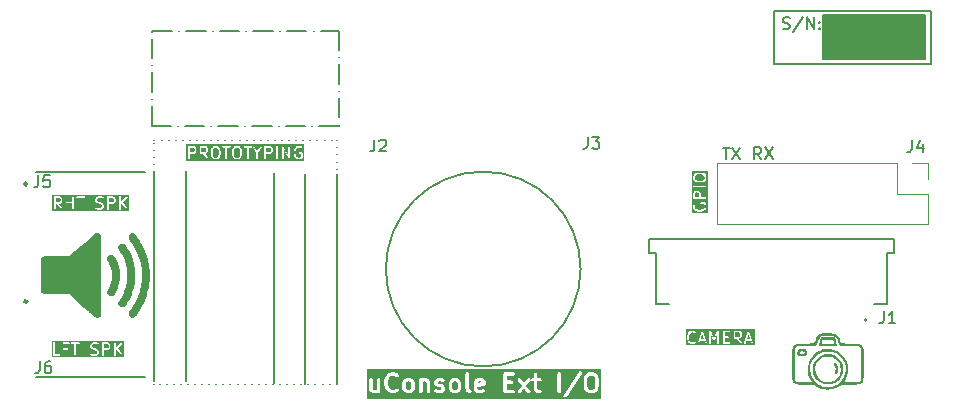
<source format=gbr>
%TF.GenerationSoftware,KiCad,Pcbnew,7.99.0-unknown-70ffd971e3~172~ubuntu22.04.1*%
%TF.CreationDate,2023-07-09T07:41:58-05:00*%
%TF.ProjectId,ext_pcb,6578745f-7063-4622-9e6b-696361645f70,rev?*%
%TF.SameCoordinates,Original*%
%TF.FileFunction,Legend,Top*%
%TF.FilePolarity,Positive*%
%FSLAX46Y46*%
G04 Gerber Fmt 4.6, Leading zero omitted, Abs format (unit mm)*
G04 Created by KiCad (PCBNEW 7.99.0-unknown-70ffd971e3~172~ubuntu22.04.1) date 2023-07-09 07:41:58*
%MOMM*%
%LPD*%
G01*
G04 APERTURE LIST*
%ADD10C,0.150000*%
%ADD11C,0.300000*%
%ADD12C,0.000000*%
%ADD13C,0.127000*%
%ADD14C,0.254000*%
%ADD15C,0.120000*%
%ADD16C,0.200000*%
G04 APERTURE END LIST*
D10*
X123266200Y-82575400D02*
X123266200Y-100380800D01*
X173036900Y-68990000D02*
X186382300Y-68990000D01*
X186382300Y-73555400D01*
X173036900Y-73555400D01*
X173036900Y-68990000D01*
X156686211Y-90870000D02*
G75*
G03*
X156686211Y-90870000I-8246211J0D01*
G01*
X133375400Y-82791300D02*
X133375400Y-100596700D01*
X120610000Y-79970000D02*
X120610000Y-79970000D01*
X121210000Y-79970000D02*
X121210000Y-79970000D01*
X121810000Y-79970000D02*
X121810000Y-79970000D01*
X122410000Y-79970000D02*
X122410000Y-79970000D01*
X123010000Y-79970000D02*
X123010000Y-79970000D01*
X123610000Y-79970000D02*
X123610000Y-79970000D01*
X124210000Y-79970000D02*
X124210000Y-79970000D01*
X124810000Y-79970000D02*
X124810000Y-79970000D01*
X125410000Y-79970000D02*
X125410000Y-79970000D01*
X126010000Y-79970000D02*
X126010000Y-79970000D01*
X126610000Y-79970000D02*
X126610000Y-79970000D01*
X127210000Y-79970000D02*
X127210000Y-79970000D01*
X127810000Y-79970000D02*
X127810000Y-79970000D01*
X128410000Y-79970000D02*
X128410000Y-79970000D01*
X129010000Y-79970000D02*
X129010000Y-79970000D01*
X129610000Y-79970000D02*
X129610000Y-79970000D01*
X130210000Y-79970000D02*
X130210000Y-79970000D01*
X130810000Y-79970000D02*
X130810000Y-79970000D01*
X131410000Y-79970000D02*
X131410000Y-79970000D01*
X132010000Y-79970000D02*
X132010000Y-79970000D01*
X132610000Y-79970000D02*
X132610000Y-79970000D01*
X133210000Y-79970000D02*
X133210000Y-79970000D01*
X133810000Y-79970000D02*
X133810000Y-79970000D01*
X134410000Y-79970000D02*
X134410000Y-79970000D01*
X135010000Y-79970000D02*
X135010000Y-79970000D01*
X135610000Y-79970000D02*
X135610000Y-79970000D01*
X136040000Y-79970000D02*
X136040000Y-79970000D01*
X136040000Y-80570000D02*
X136040000Y-80570000D01*
X136040000Y-81170000D02*
X136040000Y-81170000D01*
X136040000Y-81770000D02*
X136040000Y-81770000D01*
X136040000Y-82370000D02*
X136040000Y-82370000D01*
X136040000Y-82970000D02*
X136040000Y-82970000D01*
X136040000Y-83570000D02*
X136040000Y-83570000D01*
X136040000Y-84170000D02*
X136040000Y-84170000D01*
X136040000Y-84770000D02*
X136040000Y-84770000D01*
X136040000Y-85370000D02*
X136040000Y-85370000D01*
X136040000Y-85970000D02*
X136040000Y-85970000D01*
X136040000Y-86570000D02*
X136040000Y-86570000D01*
X136040000Y-87170000D02*
X136040000Y-87170000D01*
X136040000Y-87770000D02*
X136040000Y-87770000D01*
X136040000Y-88370000D02*
X136040000Y-88370000D01*
X136040000Y-88970000D02*
X136040000Y-88970000D01*
X136040000Y-89570000D02*
X136040000Y-89570000D01*
X136040000Y-90170000D02*
X136040000Y-90170000D01*
X136040000Y-90770000D02*
X136040000Y-90770000D01*
X136040000Y-91370000D02*
X136040000Y-91370000D01*
X136040000Y-91970000D02*
X136040000Y-91970000D01*
X136040000Y-92570000D02*
X136040000Y-92570000D01*
X136040000Y-93170000D02*
X136040000Y-93170000D01*
X136040000Y-93770000D02*
X136040000Y-93770000D01*
X136040000Y-94370000D02*
X136040000Y-94370000D01*
X136040000Y-94970000D02*
X136040000Y-94970000D01*
X136040000Y-95570000D02*
X136040000Y-95570000D01*
X136040000Y-96170000D02*
X136040000Y-96170000D01*
X136040000Y-96770000D02*
X136040000Y-96770000D01*
X136040000Y-97370000D02*
X136040000Y-97370000D01*
X136040000Y-97970000D02*
X136040000Y-97970000D01*
X136040000Y-98570000D02*
X136040000Y-98570000D01*
X136040000Y-99170000D02*
X136040000Y-99170000D01*
X136040000Y-99770000D02*
X136040000Y-99770000D01*
X136040000Y-100370000D02*
X136040000Y-100370000D01*
X136040000Y-100592700D02*
X136040000Y-100592700D01*
X135440000Y-100592700D02*
X135440000Y-100592700D01*
X134840000Y-100592700D02*
X134840000Y-100592700D01*
X134240000Y-100592700D02*
X134240000Y-100592700D01*
X133640000Y-100592700D02*
X133640000Y-100592700D01*
X133040000Y-100592700D02*
X133040000Y-100592700D01*
X132440000Y-100592700D02*
X132440000Y-100592700D01*
X131840000Y-100592700D02*
X131840000Y-100592700D01*
X131240000Y-100592700D02*
X131240000Y-100592700D01*
X130640000Y-100592700D02*
X130640000Y-100592700D01*
X130040000Y-100592700D02*
X130040000Y-100592700D01*
X129440000Y-100592700D02*
X129440000Y-100592700D01*
X128840000Y-100592700D02*
X128840000Y-100592700D01*
X128240000Y-100592700D02*
X128240000Y-100592700D01*
X127640000Y-100592700D02*
X127640000Y-100592700D01*
X127040000Y-100592700D02*
X127040000Y-100592700D01*
X126440000Y-100592700D02*
X126440000Y-100592700D01*
X125840000Y-100592700D02*
X125840000Y-100592700D01*
X125240000Y-100592700D02*
X125240000Y-100592700D01*
X124640000Y-100592700D02*
X124640000Y-100592700D01*
X124040000Y-100592700D02*
X124040000Y-100592700D01*
X123440000Y-100592700D02*
X123440000Y-100592700D01*
X122840000Y-100592700D02*
X122840000Y-100592700D01*
X122240000Y-100592700D02*
X122240000Y-100592700D01*
X121640000Y-100592700D02*
X121640000Y-100592700D01*
X121040000Y-100592700D02*
X121040000Y-100592700D01*
X120610000Y-100592700D02*
X120610000Y-100592700D01*
X120610000Y-99992700D02*
X120610000Y-99992700D01*
X120610000Y-99392700D02*
X120610000Y-99392700D01*
X120610000Y-98792700D02*
X120610000Y-98792700D01*
X120610000Y-98192700D02*
X120610000Y-98192700D01*
X120610000Y-97592700D02*
X120610000Y-97592700D01*
X120610000Y-96992700D02*
X120610000Y-96992700D01*
X120610000Y-96392700D02*
X120610000Y-96392700D01*
X120610000Y-95792700D02*
X120610000Y-95792700D01*
X120610000Y-95192700D02*
X120610000Y-95192700D01*
X120610000Y-94592700D02*
X120610000Y-94592700D01*
X120610000Y-93992700D02*
X120610000Y-93992700D01*
X120610000Y-93392700D02*
X120610000Y-93392700D01*
X120610000Y-92792700D02*
X120610000Y-92792700D01*
X120610000Y-92192700D02*
X120610000Y-92192700D01*
X120610000Y-91592700D02*
X120610000Y-91592700D01*
X120610000Y-90992700D02*
X120610000Y-90992700D01*
X120610000Y-90392700D02*
X120610000Y-90392700D01*
X120610000Y-89792700D02*
X120610000Y-89792700D01*
X120610000Y-89192700D02*
X120610000Y-89192700D01*
X120610000Y-88592700D02*
X120610000Y-88592700D01*
X120610000Y-87992700D02*
X120610000Y-87992700D01*
X120610000Y-87392700D02*
X120610000Y-87392700D01*
X120610000Y-86792700D02*
X120610000Y-86792700D01*
X120610000Y-86192700D02*
X120610000Y-86192700D01*
X120610000Y-85592700D02*
X120610000Y-85592700D01*
X120610000Y-84992700D02*
X120610000Y-84992700D01*
X120610000Y-84392700D02*
X120610000Y-84392700D01*
X120610000Y-83792700D02*
X120610000Y-83792700D01*
X120610000Y-83192700D02*
X120610000Y-83192700D01*
X120610000Y-82592700D02*
X120610000Y-82592700D01*
X120610000Y-81992700D02*
X120610000Y-81992700D01*
X120610000Y-81392700D02*
X120610000Y-81392700D01*
X120610000Y-80792700D02*
X120610000Y-80792700D01*
X120610000Y-80192700D02*
X120610000Y-80192700D01*
X136040000Y-82787300D02*
X136040000Y-100592700D01*
X130759200Y-82740500D02*
X130759200Y-100545900D01*
X120430000Y-70690000D02*
X122080000Y-70690000D01*
X122680000Y-70690000D02*
X122680000Y-70690000D01*
X123280000Y-70690000D02*
X124930000Y-70690000D01*
X125530000Y-70690000D02*
X125530000Y-70690000D01*
X126130000Y-70690000D02*
X127780000Y-70690000D01*
X128380000Y-70690000D02*
X128380000Y-70690000D01*
X128980000Y-70690000D02*
X130630000Y-70690000D01*
X131230000Y-70690000D02*
X131230000Y-70690000D01*
X131830000Y-70690000D02*
X133480000Y-70690000D01*
X134080000Y-70690000D02*
X134080000Y-70690000D01*
X134680000Y-70690000D02*
X136230000Y-70690000D01*
X136230000Y-70690000D02*
X136230000Y-72340000D01*
X136230000Y-72940000D02*
X136230000Y-72940000D01*
X136230000Y-73540000D02*
X136230000Y-75190000D01*
X136230000Y-75790000D02*
X136230000Y-75790000D01*
X136230000Y-76390000D02*
X136230000Y-78040000D01*
X136230000Y-78640000D02*
X136230000Y-78640000D01*
X136230000Y-78730000D02*
X134580000Y-78730000D01*
X133980000Y-78730000D02*
X133980000Y-78730000D01*
X133380000Y-78730000D02*
X131730000Y-78730000D01*
X131130000Y-78730000D02*
X131130000Y-78730000D01*
X130530000Y-78730000D02*
X128880000Y-78730000D01*
X128280000Y-78730000D02*
X128280000Y-78730000D01*
X127680000Y-78730000D02*
X126030000Y-78730000D01*
X125430000Y-78730000D02*
X125430000Y-78730000D01*
X124830000Y-78730000D02*
X123180000Y-78730000D01*
X122580000Y-78730000D02*
X122580000Y-78730000D01*
X121980000Y-78730000D02*
X120430000Y-78730000D01*
X120430000Y-78730000D02*
X120430000Y-77080000D01*
X120430000Y-76480000D02*
X120430000Y-76480000D01*
X120430000Y-75880000D02*
X120430000Y-74230000D01*
X120430000Y-73630000D02*
X120430000Y-73630000D01*
X120430000Y-73030000D02*
X120430000Y-71380000D01*
X120430000Y-70780000D02*
X120430000Y-70780000D01*
X177229792Y-69380427D02*
X185845192Y-69380427D01*
X185845192Y-73075827D01*
X177229792Y-73075827D01*
X177229792Y-69380427D01*
G36*
X177229792Y-69380427D02*
G01*
X185845192Y-69380427D01*
X185845192Y-73075827D01*
X177229792Y-73075827D01*
X177229792Y-69380427D01*
G37*
X120610000Y-82577300D02*
X120610000Y-100382700D01*
G36*
X116671400Y-97249077D02*
G01*
X116701807Y-97279484D01*
X116736065Y-97348000D01*
X116736065Y-97455447D01*
X116701806Y-97523963D01*
X116671400Y-97554369D01*
X116602884Y-97588628D01*
X116314637Y-97588628D01*
X116314637Y-97214819D01*
X116602884Y-97214819D01*
X116671400Y-97249077D01*
G37*
G36*
X117996890Y-98325930D02*
G01*
X111910668Y-98325930D01*
X111910668Y-98139819D01*
X112021779Y-98139819D01*
X112028442Y-98158127D01*
X112031827Y-98177319D01*
X112037011Y-98181669D01*
X112039326Y-98188028D01*
X112056199Y-98197770D01*
X112071127Y-98210296D01*
X112080869Y-98212013D01*
X112083755Y-98213680D01*
X112087037Y-98213101D01*
X112096779Y-98214819D01*
X112572969Y-98214819D01*
X112621178Y-98197272D01*
X112646830Y-98152843D01*
X112644533Y-98139819D01*
X112831303Y-98139819D01*
X112848850Y-98188028D01*
X112893279Y-98213680D01*
X112943803Y-98204771D01*
X112976780Y-98165471D01*
X112981303Y-98139819D01*
X112981303Y-97691009D01*
X113239636Y-97691009D01*
X113287845Y-97673462D01*
X113313497Y-97629033D01*
X113304588Y-97578509D01*
X113265288Y-97545532D01*
X113239636Y-97541009D01*
X112981303Y-97541009D01*
X112981303Y-97214819D01*
X113382493Y-97214819D01*
X113430702Y-97197272D01*
X113456354Y-97152843D01*
X113451761Y-97126795D01*
X113546728Y-97126795D01*
X113555637Y-97177319D01*
X113594937Y-97210296D01*
X113620589Y-97214819D01*
X113831303Y-97214819D01*
X113831303Y-98139819D01*
X113848850Y-98188028D01*
X113893279Y-98213680D01*
X113943803Y-98204771D01*
X113976780Y-98165471D01*
X113981303Y-98139819D01*
X113981303Y-97425533D01*
X115164637Y-97425533D01*
X115166170Y-97429746D01*
X115165129Y-97434107D01*
X115172555Y-97459074D01*
X115220174Y-97554312D01*
X115221363Y-97555437D01*
X115234223Y-97573804D01*
X115281842Y-97621423D01*
X115283323Y-97622114D01*
X115301334Y-97635472D01*
X115396572Y-97683091D01*
X115400100Y-97683497D01*
X115411923Y-97688770D01*
X115594413Y-97734392D01*
X115671400Y-97772886D01*
X115701807Y-97803293D01*
X115736065Y-97871809D01*
X115736065Y-97931636D01*
X115701806Y-98000153D01*
X115671399Y-98030561D01*
X115602884Y-98064819D01*
X115394664Y-98064819D01*
X115263354Y-98021049D01*
X115212070Y-98022450D01*
X115173685Y-98056487D01*
X115166160Y-98107236D01*
X115193015Y-98150948D01*
X115215920Y-98163351D01*
X115358776Y-98210970D01*
X115360411Y-98210925D01*
X115382494Y-98214819D01*
X115620589Y-98214819D01*
X115624802Y-98213285D01*
X115629163Y-98214327D01*
X115654130Y-98206901D01*
X115749368Y-98159282D01*
X115750492Y-98158094D01*
X115768861Y-98145232D01*
X115774274Y-98139819D01*
X116164637Y-98139819D01*
X116182184Y-98188028D01*
X116226613Y-98213680D01*
X116277137Y-98204771D01*
X116310114Y-98165471D01*
X116314637Y-98139819D01*
X117164637Y-98139819D01*
X117182184Y-98188028D01*
X117226613Y-98213680D01*
X117277137Y-98204771D01*
X117310114Y-98165471D01*
X117314637Y-98139819D01*
X117314637Y-97742312D01*
X117374379Y-97682570D01*
X117751065Y-98184819D01*
X117794028Y-98212858D01*
X117844962Y-98206722D01*
X117880036Y-98169281D01*
X117882838Y-98118055D01*
X117871065Y-98094819D01*
X117481522Y-97575427D01*
X117864098Y-97192852D01*
X117885779Y-97146356D01*
X117872502Y-97096801D01*
X117830476Y-97067375D01*
X117779369Y-97071846D01*
X117758032Y-97086786D01*
X117314637Y-97530181D01*
X117314637Y-97139819D01*
X117297090Y-97091610D01*
X117252661Y-97065958D01*
X117202137Y-97074867D01*
X117169160Y-97114167D01*
X117164637Y-97139819D01*
X117164637Y-98139819D01*
X116314637Y-98139819D01*
X116314637Y-97738628D01*
X116620589Y-97738628D01*
X116624802Y-97737094D01*
X116629163Y-97738136D01*
X116654130Y-97730710D01*
X116749368Y-97683091D01*
X116750493Y-97681901D01*
X116768860Y-97669042D01*
X116816479Y-97621423D01*
X116817170Y-97619941D01*
X116830528Y-97601931D01*
X116878147Y-97506693D01*
X116878659Y-97502239D01*
X116881542Y-97498804D01*
X116886065Y-97473152D01*
X116886065Y-97330295D01*
X116884531Y-97326081D01*
X116885573Y-97321720D01*
X116878147Y-97296754D01*
X116830528Y-97201516D01*
X116829338Y-97200390D01*
X116816479Y-97182024D01*
X116768860Y-97134405D01*
X116767378Y-97133714D01*
X116749368Y-97120356D01*
X116654130Y-97072737D01*
X116649676Y-97072224D01*
X116646241Y-97069342D01*
X116620589Y-97064819D01*
X116239637Y-97064819D01*
X116221328Y-97071482D01*
X116202137Y-97074867D01*
X116197786Y-97080051D01*
X116191428Y-97082366D01*
X116181685Y-97099239D01*
X116169160Y-97114167D01*
X116167442Y-97123909D01*
X116165776Y-97126795D01*
X116166354Y-97130077D01*
X116164637Y-97139819D01*
X116164637Y-98139819D01*
X115774274Y-98139819D01*
X115816479Y-98097613D01*
X115817169Y-98096131D01*
X115830528Y-98078121D01*
X115878147Y-97982883D01*
X115878659Y-97978429D01*
X115881542Y-97974994D01*
X115886065Y-97949342D01*
X115886065Y-97854104D01*
X115884531Y-97849890D01*
X115885573Y-97845529D01*
X115878147Y-97820563D01*
X115830528Y-97725325D01*
X115829338Y-97724199D01*
X115816479Y-97705833D01*
X115768860Y-97658214D01*
X115767378Y-97657523D01*
X115749368Y-97644165D01*
X115654130Y-97596546D01*
X115650601Y-97596139D01*
X115638779Y-97590867D01*
X115456289Y-97545244D01*
X115379302Y-97506751D01*
X115348895Y-97476344D01*
X115314637Y-97407828D01*
X115314637Y-97347999D01*
X115348894Y-97279484D01*
X115379301Y-97249077D01*
X115447818Y-97214819D01*
X115656038Y-97214819D01*
X115787347Y-97258589D01*
X115838631Y-97257188D01*
X115877017Y-97223150D01*
X115884542Y-97172402D01*
X115857687Y-97128689D01*
X115834782Y-97116287D01*
X115691925Y-97068668D01*
X115690290Y-97068712D01*
X115668208Y-97064819D01*
X115430113Y-97064819D01*
X115425899Y-97066352D01*
X115421538Y-97065311D01*
X115396572Y-97072737D01*
X115301334Y-97120356D01*
X115300208Y-97121545D01*
X115281842Y-97134405D01*
X115234223Y-97182024D01*
X115233532Y-97183505D01*
X115220174Y-97201516D01*
X115172555Y-97296754D01*
X115172042Y-97301207D01*
X115169160Y-97304643D01*
X115164637Y-97330295D01*
X115164637Y-97425533D01*
X113981303Y-97425533D01*
X113981303Y-97214819D01*
X114192017Y-97214819D01*
X114240226Y-97197272D01*
X114265878Y-97152843D01*
X114256969Y-97102319D01*
X114217669Y-97069342D01*
X114192017Y-97064819D01*
X113620589Y-97064819D01*
X113572380Y-97082366D01*
X113546728Y-97126795D01*
X113451761Y-97126795D01*
X113447445Y-97102319D01*
X113408145Y-97069342D01*
X113382493Y-97064819D01*
X112906303Y-97064819D01*
X112887994Y-97071482D01*
X112868803Y-97074867D01*
X112864452Y-97080051D01*
X112858094Y-97082366D01*
X112848351Y-97099239D01*
X112835826Y-97114167D01*
X112834108Y-97123909D01*
X112832442Y-97126795D01*
X112833020Y-97130077D01*
X112831303Y-97139819D01*
X112831303Y-98139819D01*
X112644533Y-98139819D01*
X112637921Y-98102319D01*
X112598621Y-98069342D01*
X112572969Y-98064819D01*
X112171779Y-98064819D01*
X112171779Y-97139819D01*
X112154232Y-97091610D01*
X112109803Y-97065958D01*
X112059279Y-97074867D01*
X112026302Y-97114167D01*
X112021779Y-97139819D01*
X112021779Y-98139819D01*
X111910668Y-98139819D01*
X111910668Y-96953708D01*
X117996890Y-96953708D01*
X117996890Y-98325930D01*
G37*
X168723922Y-80589819D02*
X169295350Y-80589819D01*
X169009636Y-81589819D02*
X169009636Y-80589819D01*
X169533446Y-80589819D02*
X170200112Y-81589819D01*
X170200112Y-80589819D02*
X169533446Y-81589819D01*
G36*
X112588542Y-84879077D02*
G01*
X112618949Y-84909484D01*
X112653207Y-84978000D01*
X112653207Y-85085447D01*
X112618949Y-85153963D01*
X112588542Y-85184370D01*
X112520026Y-85218628D01*
X112231779Y-85218628D01*
X112231779Y-84844819D01*
X112520026Y-84844819D01*
X112588542Y-84879077D01*
G37*
G36*
X117112352Y-84879077D02*
G01*
X117142759Y-84909484D01*
X117177017Y-84978000D01*
X117177017Y-85085447D01*
X117142759Y-85153963D01*
X117112352Y-85184369D01*
X117043836Y-85218628D01*
X116755589Y-85218628D01*
X116755589Y-84844819D01*
X117043836Y-84844819D01*
X117112352Y-84879077D01*
G37*
G36*
X118437842Y-85955930D02*
G01*
X111970668Y-85955930D01*
X111970668Y-85769819D01*
X112081779Y-85769819D01*
X112099326Y-85818028D01*
X112143755Y-85843680D01*
X112194279Y-85834771D01*
X112227256Y-85795471D01*
X112231779Y-85769819D01*
X112231779Y-85368628D01*
X112355825Y-85368628D01*
X112666765Y-85812829D01*
X112708786Y-85842261D01*
X112759894Y-85837797D01*
X112796176Y-85801525D01*
X112798955Y-85769819D01*
X113081779Y-85769819D01*
X113099326Y-85818028D01*
X113143755Y-85843680D01*
X113194279Y-85834771D01*
X113227256Y-85795471D01*
X113231779Y-85769819D01*
X113231779Y-85321009D01*
X113653207Y-85321009D01*
X113653207Y-85769819D01*
X113670754Y-85818028D01*
X113715183Y-85843680D01*
X113765707Y-85834771D01*
X113798684Y-85795471D01*
X113803207Y-85769819D01*
X113803207Y-84769819D01*
X113798467Y-84756795D01*
X113987680Y-84756795D01*
X113996589Y-84807319D01*
X114035889Y-84840296D01*
X114061541Y-84844819D01*
X114272255Y-84844819D01*
X114272255Y-85769819D01*
X114289802Y-85818028D01*
X114334231Y-85843680D01*
X114384755Y-85834771D01*
X114417732Y-85795471D01*
X114422255Y-85769819D01*
X114422255Y-85055533D01*
X115605589Y-85055533D01*
X115607122Y-85059746D01*
X115606081Y-85064107D01*
X115613507Y-85089074D01*
X115661126Y-85184312D01*
X115662315Y-85185437D01*
X115675175Y-85203804D01*
X115722794Y-85251423D01*
X115724275Y-85252114D01*
X115742286Y-85265472D01*
X115837524Y-85313091D01*
X115841052Y-85313497D01*
X115852875Y-85318770D01*
X116035365Y-85364392D01*
X116112352Y-85402886D01*
X116142759Y-85433293D01*
X116177017Y-85501809D01*
X116177017Y-85561637D01*
X116142758Y-85630153D01*
X116112351Y-85660561D01*
X116043836Y-85694819D01*
X115835616Y-85694819D01*
X115704306Y-85651049D01*
X115653022Y-85652450D01*
X115614637Y-85686487D01*
X115607112Y-85737236D01*
X115633967Y-85780948D01*
X115656872Y-85793351D01*
X115799728Y-85840970D01*
X115801363Y-85840925D01*
X115823446Y-85844819D01*
X116061541Y-85844819D01*
X116065754Y-85843285D01*
X116070115Y-85844327D01*
X116095082Y-85836901D01*
X116190320Y-85789282D01*
X116191444Y-85788094D01*
X116209813Y-85775232D01*
X116215226Y-85769819D01*
X116605589Y-85769819D01*
X116623136Y-85818028D01*
X116667565Y-85843680D01*
X116718089Y-85834771D01*
X116751066Y-85795471D01*
X116755589Y-85769819D01*
X117605589Y-85769819D01*
X117623136Y-85818028D01*
X117667565Y-85843680D01*
X117718089Y-85834771D01*
X117751066Y-85795471D01*
X117755589Y-85769819D01*
X117755589Y-85372313D01*
X117815331Y-85312570D01*
X118192017Y-85814819D01*
X118234980Y-85842858D01*
X118285914Y-85836722D01*
X118320988Y-85799281D01*
X118323790Y-85748055D01*
X118312017Y-85724819D01*
X117922474Y-85205427D01*
X118305050Y-84822852D01*
X118326731Y-84776356D01*
X118313454Y-84726801D01*
X118271428Y-84697375D01*
X118220321Y-84701846D01*
X118198984Y-84716786D01*
X117755589Y-85160180D01*
X117755589Y-84769819D01*
X117738042Y-84721610D01*
X117693613Y-84695958D01*
X117643089Y-84704867D01*
X117610112Y-84744167D01*
X117605589Y-84769819D01*
X117605589Y-85769819D01*
X116755589Y-85769819D01*
X116755589Y-85368628D01*
X117061541Y-85368628D01*
X117065754Y-85367094D01*
X117070115Y-85368136D01*
X117095082Y-85360710D01*
X117190320Y-85313091D01*
X117191445Y-85311901D01*
X117209812Y-85299042D01*
X117257431Y-85251423D01*
X117258122Y-85249941D01*
X117271480Y-85231931D01*
X117319099Y-85136693D01*
X117319611Y-85132239D01*
X117322494Y-85128804D01*
X117327017Y-85103152D01*
X117327017Y-84960295D01*
X117325483Y-84956081D01*
X117326525Y-84951720D01*
X117319099Y-84926754D01*
X117271480Y-84831516D01*
X117270290Y-84830390D01*
X117257431Y-84812024D01*
X117209812Y-84764405D01*
X117208330Y-84763714D01*
X117190320Y-84750356D01*
X117095082Y-84702737D01*
X117090628Y-84702224D01*
X117087193Y-84699342D01*
X117061541Y-84694819D01*
X116680589Y-84694819D01*
X116662280Y-84701482D01*
X116643089Y-84704867D01*
X116638738Y-84710051D01*
X116632380Y-84712366D01*
X116622637Y-84729239D01*
X116610112Y-84744167D01*
X116608394Y-84753909D01*
X116606728Y-84756795D01*
X116607306Y-84760077D01*
X116605589Y-84769819D01*
X116605589Y-85769819D01*
X116215226Y-85769819D01*
X116257431Y-85727613D01*
X116258121Y-85726131D01*
X116271480Y-85708121D01*
X116319099Y-85612883D01*
X116319611Y-85608429D01*
X116322494Y-85604994D01*
X116327017Y-85579342D01*
X116327017Y-85484104D01*
X116325483Y-85479890D01*
X116326525Y-85475529D01*
X116319099Y-85450563D01*
X116271480Y-85355325D01*
X116270290Y-85354199D01*
X116257431Y-85335833D01*
X116209812Y-85288214D01*
X116208330Y-85287523D01*
X116190320Y-85274165D01*
X116095082Y-85226546D01*
X116091553Y-85226139D01*
X116079731Y-85220867D01*
X115897241Y-85175244D01*
X115820254Y-85136751D01*
X115789847Y-85106344D01*
X115755589Y-85037827D01*
X115755589Y-84978000D01*
X115789847Y-84909484D01*
X115820253Y-84879077D01*
X115888770Y-84844819D01*
X116096990Y-84844819D01*
X116228299Y-84888589D01*
X116279583Y-84887188D01*
X116317969Y-84853150D01*
X116325494Y-84802402D01*
X116298639Y-84758689D01*
X116275734Y-84746287D01*
X116132877Y-84698668D01*
X116131242Y-84698712D01*
X116109160Y-84694819D01*
X115871065Y-84694819D01*
X115866851Y-84696352D01*
X115862490Y-84695311D01*
X115837524Y-84702737D01*
X115742286Y-84750356D01*
X115741160Y-84751545D01*
X115722794Y-84764405D01*
X115675175Y-84812024D01*
X115674484Y-84813505D01*
X115661126Y-84831516D01*
X115613507Y-84926754D01*
X115612994Y-84931207D01*
X115610112Y-84934643D01*
X115605589Y-84960295D01*
X115605589Y-85055533D01*
X114422255Y-85055533D01*
X114422255Y-84844819D01*
X114632969Y-84844819D01*
X114681178Y-84827272D01*
X114706830Y-84782843D01*
X114697921Y-84732319D01*
X114658621Y-84699342D01*
X114632969Y-84694819D01*
X114061541Y-84694819D01*
X114013332Y-84712366D01*
X113987680Y-84756795D01*
X113798467Y-84756795D01*
X113785660Y-84721610D01*
X113741231Y-84695958D01*
X113690707Y-84704867D01*
X113657730Y-84744167D01*
X113653207Y-84769819D01*
X113653207Y-85171009D01*
X113231779Y-85171009D01*
X113231779Y-84769819D01*
X113214232Y-84721610D01*
X113169803Y-84695958D01*
X113119279Y-84704867D01*
X113086302Y-84744167D01*
X113081779Y-84769819D01*
X113081779Y-85769819D01*
X112798955Y-85769819D01*
X112800655Y-85750418D01*
X112789650Y-85726810D01*
X112538680Y-85368282D01*
X112541944Y-85367094D01*
X112546305Y-85368136D01*
X112571272Y-85360710D01*
X112666510Y-85313091D01*
X112667635Y-85311901D01*
X112686002Y-85299042D01*
X112733621Y-85251423D01*
X112734312Y-85249941D01*
X112747670Y-85231931D01*
X112795289Y-85136693D01*
X112795801Y-85132239D01*
X112798684Y-85128804D01*
X112803207Y-85103152D01*
X112803207Y-84960295D01*
X112801673Y-84956081D01*
X112802715Y-84951720D01*
X112795289Y-84926754D01*
X112747670Y-84831516D01*
X112746480Y-84830390D01*
X112733621Y-84812024D01*
X112686002Y-84764405D01*
X112684520Y-84763714D01*
X112666510Y-84750356D01*
X112571272Y-84702737D01*
X112566818Y-84702224D01*
X112563383Y-84699342D01*
X112537731Y-84694819D01*
X112156779Y-84694819D01*
X112138470Y-84701482D01*
X112119279Y-84704867D01*
X112114928Y-84710051D01*
X112108570Y-84712366D01*
X112098827Y-84729239D01*
X112086302Y-84744167D01*
X112084584Y-84753909D01*
X112082918Y-84756795D01*
X112083496Y-84760077D01*
X112081779Y-84769819D01*
X112081779Y-85769819D01*
X111970668Y-85769819D01*
X111970668Y-84583708D01*
X118437842Y-84583708D01*
X118437842Y-85955930D01*
G37*
G36*
X166653963Y-84421050D02*
G01*
X166684370Y-84451457D01*
X166718628Y-84519973D01*
X166718628Y-84808220D01*
X166344819Y-84808220D01*
X166344819Y-84519973D01*
X166379077Y-84451457D01*
X166409484Y-84421050D01*
X166478000Y-84386792D01*
X166585447Y-84386792D01*
X166653963Y-84421050D01*
G37*
G36*
X167088617Y-82903324D02*
G01*
X167160561Y-82975267D01*
X167194819Y-83043782D01*
X167194819Y-83198849D01*
X167160561Y-83267364D01*
X167088617Y-83339307D01*
X166927251Y-83379649D01*
X166612386Y-83379649D01*
X166451019Y-83339307D01*
X166379077Y-83267365D01*
X166344819Y-83198849D01*
X166344819Y-83043783D01*
X166379076Y-82975267D01*
X166451019Y-82903324D01*
X166612386Y-82862983D01*
X166927251Y-82862983D01*
X167088617Y-82903324D01*
G37*
G36*
X167455930Y-86116950D02*
G01*
X166083708Y-86116950D01*
X166083708Y-85597506D01*
X166194819Y-85597506D01*
X166195379Y-85599044D01*
X166198668Y-85621223D01*
X166246287Y-85764080D01*
X166249074Y-85767592D01*
X166249465Y-85772059D01*
X166264405Y-85793396D01*
X166359643Y-85888634D01*
X166361124Y-85889324D01*
X166379135Y-85902683D01*
X166474373Y-85950302D01*
X166477901Y-85950708D01*
X166489724Y-85955981D01*
X166680200Y-86003600D01*
X166683648Y-86003239D01*
X166698390Y-86005839D01*
X166841247Y-86005839D01*
X166844504Y-86004653D01*
X166859437Y-86003600D01*
X167049913Y-85955981D01*
X167052857Y-85953992D01*
X167065264Y-85950302D01*
X167160502Y-85902683D01*
X167161625Y-85901496D01*
X167179994Y-85888634D01*
X167275233Y-85793396D01*
X167277128Y-85789331D01*
X167280948Y-85786985D01*
X167293351Y-85764080D01*
X167340970Y-85621224D01*
X167340925Y-85619588D01*
X167344819Y-85597506D01*
X167344819Y-85502268D01*
X167344259Y-85500730D01*
X167340970Y-85478550D01*
X167293351Y-85335694D01*
X167290563Y-85332182D01*
X167290173Y-85327714D01*
X167275232Y-85306377D01*
X167227612Y-85258758D01*
X167212774Y-85251839D01*
X167200232Y-85241315D01*
X167184104Y-85238471D01*
X167181116Y-85237078D01*
X167179165Y-85237600D01*
X167174580Y-85236792D01*
X166841247Y-85236792D01*
X166822938Y-85243455D01*
X166803747Y-85246840D01*
X166799396Y-85252024D01*
X166793038Y-85254339D01*
X166783295Y-85271212D01*
X166770770Y-85286140D01*
X166769052Y-85295882D01*
X166767386Y-85298768D01*
X166767964Y-85302050D01*
X166766247Y-85311792D01*
X166766247Y-85502268D01*
X166783794Y-85550477D01*
X166828223Y-85576129D01*
X166878747Y-85567220D01*
X166911724Y-85527920D01*
X166916247Y-85502268D01*
X166916247Y-85386792D01*
X167143514Y-85386792D01*
X167156648Y-85399925D01*
X167194819Y-85514438D01*
X167194819Y-85585336D01*
X167156648Y-85699848D01*
X167082534Y-85773961D01*
X167005547Y-85812455D01*
X166832013Y-85855839D01*
X166707624Y-85855839D01*
X166534090Y-85812455D01*
X166457103Y-85773961D01*
X166382990Y-85699849D01*
X166344819Y-85585335D01*
X166344819Y-85472353D01*
X166384520Y-85392952D01*
X166390385Y-85341986D01*
X166362119Y-85299173D01*
X166312944Y-85284546D01*
X166265873Y-85304949D01*
X166250356Y-85325870D01*
X166202737Y-85421108D01*
X166202224Y-85425561D01*
X166199342Y-85428997D01*
X166194819Y-85454649D01*
X166194819Y-85597506D01*
X166083708Y-85597506D01*
X166083708Y-84883220D01*
X166194819Y-84883220D01*
X166201482Y-84901528D01*
X166204867Y-84920720D01*
X166210051Y-84925070D01*
X166212366Y-84931429D01*
X166229239Y-84941171D01*
X166244167Y-84953697D01*
X166253909Y-84955414D01*
X166256795Y-84957081D01*
X166260077Y-84956502D01*
X166269819Y-84958220D01*
X167269819Y-84958220D01*
X167318028Y-84940673D01*
X167343680Y-84896244D01*
X167334771Y-84845720D01*
X167295471Y-84812743D01*
X167269819Y-84808220D01*
X166868628Y-84808220D01*
X166868628Y-84502268D01*
X166867094Y-84498054D01*
X166868136Y-84493693D01*
X166860710Y-84468727D01*
X166813091Y-84373489D01*
X166811901Y-84372363D01*
X166799042Y-84353997D01*
X166751423Y-84306378D01*
X166749941Y-84305687D01*
X166731931Y-84292329D01*
X166636693Y-84244710D01*
X166632239Y-84244197D01*
X166628804Y-84241315D01*
X166603152Y-84236792D01*
X166460295Y-84236792D01*
X166456081Y-84238325D01*
X166451720Y-84237284D01*
X166426754Y-84244710D01*
X166331516Y-84292329D01*
X166330390Y-84293518D01*
X166312024Y-84306378D01*
X166264405Y-84353997D01*
X166263714Y-84355478D01*
X166250356Y-84373489D01*
X166202737Y-84468727D01*
X166202224Y-84473180D01*
X166199342Y-84476616D01*
X166194819Y-84502268D01*
X166194819Y-84883220D01*
X166083708Y-84883220D01*
X166083708Y-83870196D01*
X166195958Y-83870196D01*
X166204867Y-83920720D01*
X166244167Y-83953697D01*
X166269819Y-83958220D01*
X167269819Y-83958220D01*
X167318028Y-83940673D01*
X167343680Y-83896244D01*
X167334771Y-83845720D01*
X167295471Y-83812743D01*
X167269819Y-83808220D01*
X166269819Y-83808220D01*
X166221610Y-83825767D01*
X166195958Y-83870196D01*
X166083708Y-83870196D01*
X166083708Y-83216554D01*
X166194819Y-83216554D01*
X166196352Y-83220767D01*
X166195311Y-83225128D01*
X166202737Y-83250095D01*
X166250356Y-83345333D01*
X166251545Y-83346458D01*
X166264405Y-83364825D01*
X166359643Y-83460063D01*
X166366350Y-83463190D01*
X166370697Y-83469181D01*
X166394486Y-83479791D01*
X166584962Y-83527410D01*
X166588410Y-83527049D01*
X166603152Y-83529649D01*
X166936485Y-83529649D01*
X166939742Y-83528463D01*
X166954675Y-83527410D01*
X167145151Y-83479791D01*
X167151283Y-83475648D01*
X167158657Y-83475004D01*
X167179994Y-83460063D01*
X167275233Y-83364825D01*
X167275924Y-83363342D01*
X167289282Y-83345333D01*
X167336901Y-83250095D01*
X167337413Y-83245641D01*
X167340296Y-83242206D01*
X167344819Y-83216554D01*
X167344819Y-83026078D01*
X167343285Y-83021864D01*
X167344327Y-83017503D01*
X167336901Y-82992537D01*
X167289282Y-82897299D01*
X167288095Y-82896175D01*
X167275233Y-82877807D01*
X167179994Y-82782569D01*
X167173286Y-82779441D01*
X167168940Y-82773451D01*
X167145151Y-82762841D01*
X166954675Y-82715222D01*
X166951226Y-82715582D01*
X166936485Y-82712983D01*
X166603152Y-82712983D01*
X166599894Y-82714168D01*
X166584962Y-82715222D01*
X166394486Y-82762841D01*
X166388353Y-82766982D01*
X166380980Y-82767628D01*
X166359643Y-82782569D01*
X166264405Y-82877807D01*
X166263714Y-82879288D01*
X166250356Y-82897299D01*
X166202737Y-82992537D01*
X166202224Y-82996990D01*
X166199342Y-83000426D01*
X166194819Y-83026078D01*
X166194819Y-83216554D01*
X166083708Y-83216554D01*
X166083708Y-82601872D01*
X167455930Y-82601872D01*
X167455930Y-86116950D01*
G37*
X171968207Y-81569819D02*
X171634874Y-81093628D01*
X171396779Y-81569819D02*
X171396779Y-80569819D01*
X171396779Y-80569819D02*
X171777731Y-80569819D01*
X171777731Y-80569819D02*
X171872969Y-80617438D01*
X171872969Y-80617438D02*
X171920588Y-80665057D01*
X171920588Y-80665057D02*
X171968207Y-80760295D01*
X171968207Y-80760295D02*
X171968207Y-80903152D01*
X171968207Y-80903152D02*
X171920588Y-80998390D01*
X171920588Y-80998390D02*
X171872969Y-81046009D01*
X171872969Y-81046009D02*
X171777731Y-81093628D01*
X171777731Y-81093628D02*
X171396779Y-81093628D01*
X172301541Y-80569819D02*
X172968207Y-81569819D01*
X172968207Y-80569819D02*
X172301541Y-81569819D01*
D11*
G36*
X142284229Y-100435535D02*
G01*
X142321233Y-100472539D01*
X142365939Y-100561951D01*
X142365939Y-100919704D01*
X142321232Y-101009117D01*
X142284227Y-101046122D01*
X142194815Y-101090828D01*
X142051349Y-101090828D01*
X141961935Y-101046121D01*
X141924930Y-101009116D01*
X141880225Y-100919704D01*
X141880225Y-100561951D01*
X141924930Y-100472540D01*
X141961935Y-100435535D01*
X142051349Y-100390828D01*
X142194815Y-100390828D01*
X142284229Y-100435535D01*
G37*
G36*
X146212801Y-100435535D02*
G01*
X146249805Y-100472539D01*
X146294511Y-100561951D01*
X146294511Y-100919704D01*
X146249804Y-101009117D01*
X146212799Y-101046122D01*
X146123387Y-101090828D01*
X145979921Y-101090828D01*
X145890507Y-101046121D01*
X145853502Y-101009116D01*
X145808797Y-100919704D01*
X145808797Y-100561951D01*
X145853502Y-100472540D01*
X145890507Y-100435535D01*
X145979921Y-100390828D01*
X146123387Y-100390828D01*
X146212801Y-100435535D01*
G37*
G36*
X148332708Y-100424060D02*
G01*
X148358883Y-100476411D01*
X147951654Y-100557857D01*
X147951654Y-100490523D01*
X147984885Y-100424060D01*
X148051350Y-100390828D01*
X148266244Y-100390828D01*
X148332708Y-100424060D01*
G37*
G36*
X157784229Y-99935535D02*
G01*
X157880495Y-100031801D01*
X157937369Y-100259292D01*
X157937369Y-100722363D01*
X157880495Y-100949854D01*
X157784228Y-101046122D01*
X157694816Y-101090828D01*
X157479922Y-101090828D01*
X157390508Y-101046121D01*
X157294241Y-100949854D01*
X157237369Y-100722364D01*
X157237369Y-100259291D01*
X157294241Y-100031802D01*
X157390508Y-99935534D01*
X157479922Y-99890828D01*
X157694816Y-99890828D01*
X157784229Y-99935535D01*
G37*
G36*
X158404036Y-101914327D02*
G01*
X138627843Y-101914327D01*
X138627843Y-101588317D01*
X155223394Y-101588317D01*
X155238621Y-101664455D01*
X155289878Y-101722779D01*
X155363429Y-101747660D01*
X155439567Y-101732433D01*
X155497891Y-101681176D01*
X156124790Y-100740828D01*
X156937369Y-100740828D01*
X156942159Y-100758705D01*
X156941848Y-100777208D01*
X157013276Y-101062922D01*
X157013908Y-101064060D01*
X157013908Y-101065365D01*
X157032720Y-101097948D01*
X157050962Y-101130809D01*
X157052079Y-101131479D01*
X157052731Y-101132608D01*
X157195589Y-101275466D01*
X157216503Y-101287540D01*
X157234573Y-101303564D01*
X157377431Y-101374992D01*
X157411206Y-101381903D01*
X157444512Y-101390828D01*
X157730226Y-101390828D01*
X157763529Y-101381904D01*
X157797308Y-101374992D01*
X157940165Y-101303564D01*
X157958234Y-101287540D01*
X157979149Y-101275466D01*
X158122006Y-101132608D01*
X158122657Y-101131479D01*
X158123775Y-101130809D01*
X158142031Y-101097922D01*
X158160829Y-101065364D01*
X158160829Y-101064061D01*
X158161461Y-101062923D01*
X158232890Y-100777209D01*
X158232578Y-100758704D01*
X158237369Y-100740828D01*
X158237369Y-100240828D01*
X158232578Y-100222951D01*
X158232890Y-100204447D01*
X158161461Y-99918733D01*
X158160829Y-99917594D01*
X158160829Y-99916291D01*
X158142023Y-99883719D01*
X158123775Y-99850847D01*
X158122657Y-99850176D01*
X158122006Y-99849048D01*
X157979149Y-99706191D01*
X157958233Y-99694115D01*
X157940165Y-99678093D01*
X157797308Y-99606664D01*
X157763527Y-99599751D01*
X157730226Y-99590828D01*
X157444512Y-99590828D01*
X157411211Y-99599750D01*
X157377429Y-99606664D01*
X157234573Y-99678093D01*
X157216503Y-99694115D01*
X157195589Y-99706191D01*
X157052731Y-99849048D01*
X157052079Y-99850176D01*
X157050962Y-99850847D01*
X157032720Y-99883707D01*
X157013908Y-99916291D01*
X157013908Y-99917595D01*
X157013276Y-99918734D01*
X156941848Y-100204448D01*
X156942159Y-100222950D01*
X156937369Y-100240828D01*
X156937369Y-100740828D01*
X156124790Y-100740828D01*
X156783605Y-99752605D01*
X156808486Y-99679054D01*
X156793259Y-99602916D01*
X156742002Y-99544592D01*
X156668451Y-99519711D01*
X156592313Y-99534938D01*
X156533990Y-99586195D01*
X155248275Y-101514766D01*
X155223394Y-101588317D01*
X138627843Y-101588317D01*
X138627843Y-101026542D01*
X138794510Y-101026542D01*
X138803433Y-101059843D01*
X138810346Y-101093624D01*
X138881775Y-101236482D01*
X138887860Y-101243344D01*
X138890762Y-101252049D01*
X138913302Y-101272036D01*
X138933290Y-101294577D01*
X138941994Y-101297478D01*
X138948857Y-101303564D01*
X139091715Y-101374992D01*
X139125490Y-101381903D01*
X139158796Y-101390828D01*
X139373082Y-101390828D01*
X139406385Y-101381904D01*
X139440164Y-101374992D01*
X139491140Y-101349504D01*
X139512368Y-101370732D01*
X139587368Y-101390828D01*
X139662368Y-101370732D01*
X139717272Y-101315828D01*
X139737368Y-101240828D01*
X139737368Y-100597971D01*
X140080225Y-100597971D01*
X140085015Y-100615848D01*
X140084704Y-100634351D01*
X140156132Y-100920065D01*
X140164168Y-100934542D01*
X140167489Y-100950767D01*
X140238918Y-101093624D01*
X140254940Y-101111693D01*
X140267016Y-101132608D01*
X140409873Y-101275466D01*
X140439732Y-101292705D01*
X140468505Y-101311703D01*
X140682791Y-101383131D01*
X140706899Y-101384578D01*
X140730225Y-101390828D01*
X140873082Y-101390828D01*
X140896407Y-101384578D01*
X140920516Y-101383131D01*
X141134802Y-101311703D01*
X141163577Y-101292703D01*
X141193435Y-101275465D01*
X141264863Y-101204036D01*
X141303685Y-101136793D01*
X141303685Y-101059147D01*
X141264861Y-100991904D01*
X141201138Y-100955114D01*
X141580225Y-100955114D01*
X141589148Y-100988417D01*
X141596061Y-101022196D01*
X141667489Y-101165053D01*
X141683512Y-101183122D01*
X141695587Y-101204037D01*
X141767016Y-101275466D01*
X141787930Y-101287540D01*
X141806000Y-101303564D01*
X141948858Y-101374992D01*
X141982633Y-101381903D01*
X142015939Y-101390828D01*
X142230225Y-101390828D01*
X142263528Y-101381904D01*
X142297307Y-101374992D01*
X142440164Y-101303564D01*
X142458233Y-101287540D01*
X142479148Y-101275466D01*
X142513786Y-101240828D01*
X143008796Y-101240828D01*
X143028892Y-101315828D01*
X143083796Y-101370732D01*
X143158796Y-101390828D01*
X143233796Y-101370732D01*
X143288700Y-101315828D01*
X143308796Y-101240828D01*
X143308796Y-100445817D01*
X143319078Y-100435535D01*
X143408492Y-100390828D01*
X143551958Y-100390828D01*
X143618422Y-100424060D01*
X143651654Y-100490524D01*
X143651654Y-101240828D01*
X143671750Y-101315828D01*
X143726654Y-101370732D01*
X143801654Y-101390828D01*
X143876654Y-101370732D01*
X143931558Y-101315828D01*
X143951654Y-101240828D01*
X143951654Y-100526542D01*
X144294511Y-100526542D01*
X144303435Y-100559847D01*
X144310347Y-100593623D01*
X144381775Y-100736482D01*
X144387862Y-100743346D01*
X144390763Y-100752049D01*
X144413298Y-100772032D01*
X144433290Y-100794577D01*
X144441995Y-100797478D01*
X144448858Y-100803564D01*
X144591716Y-100874993D01*
X144625500Y-100881906D01*
X144658797Y-100890828D01*
X144837672Y-100890828D01*
X144904136Y-100924060D01*
X144937368Y-100990524D01*
X144937368Y-100991131D01*
X144904135Y-101057596D01*
X144837672Y-101090828D01*
X144622778Y-101090828D01*
X144511593Y-101035236D01*
X144435523Y-101019669D01*
X144361862Y-101044223D01*
X144310347Y-101102318D01*
X144294780Y-101178388D01*
X144319334Y-101252049D01*
X144377429Y-101303564D01*
X144520287Y-101374992D01*
X144554062Y-101381903D01*
X144587368Y-101390828D01*
X144873082Y-101390828D01*
X144906385Y-101381904D01*
X144940164Y-101374992D01*
X145083021Y-101303564D01*
X145089883Y-101297478D01*
X145098588Y-101294577D01*
X145118575Y-101272036D01*
X145141116Y-101252049D01*
X145144017Y-101243344D01*
X145150103Y-101236482D01*
X145221532Y-101093624D01*
X145228444Y-101059843D01*
X145237368Y-101026542D01*
X145237368Y-100955114D01*
X145508797Y-100955114D01*
X145517720Y-100988417D01*
X145524633Y-101022196D01*
X145596061Y-101165053D01*
X145612084Y-101183122D01*
X145624159Y-101204037D01*
X145695588Y-101275466D01*
X145716502Y-101287540D01*
X145734572Y-101303564D01*
X145877430Y-101374992D01*
X145911205Y-101381903D01*
X145944511Y-101390828D01*
X146158797Y-101390828D01*
X146192100Y-101381904D01*
X146225879Y-101374992D01*
X146368736Y-101303564D01*
X146386805Y-101287540D01*
X146407720Y-101275466D01*
X146479149Y-101204037D01*
X146491223Y-101183122D01*
X146507247Y-101165053D01*
X146576502Y-101026542D01*
X146937368Y-101026542D01*
X146946291Y-101059843D01*
X146953204Y-101093624D01*
X147024633Y-101236482D01*
X147030718Y-101243344D01*
X147033620Y-101252049D01*
X147056160Y-101272036D01*
X147076148Y-101294577D01*
X147084852Y-101297478D01*
X147091715Y-101303564D01*
X147234573Y-101374992D01*
X147310642Y-101390559D01*
X147384303Y-101366005D01*
X147435818Y-101307910D01*
X147451385Y-101231840D01*
X147426831Y-101158179D01*
X147368736Y-101106664D01*
X147270600Y-101057596D01*
X147255073Y-101026542D01*
X147651654Y-101026542D01*
X147660578Y-101059847D01*
X147667490Y-101093623D01*
X147738918Y-101236482D01*
X147745005Y-101243346D01*
X147747906Y-101252049D01*
X147770441Y-101272032D01*
X147790433Y-101294577D01*
X147799138Y-101297478D01*
X147806001Y-101303564D01*
X147948859Y-101374993D01*
X147982643Y-101381906D01*
X148015940Y-101390828D01*
X148301654Y-101390828D01*
X148334957Y-101381904D01*
X148368736Y-101374992D01*
X148511593Y-101303564D01*
X148569688Y-101252049D01*
X148573428Y-101240828D01*
X150151653Y-101240828D01*
X150171749Y-101315828D01*
X150226653Y-101370732D01*
X150301653Y-101390828D01*
X151015939Y-101390828D01*
X151090939Y-101370732D01*
X151145843Y-101315828D01*
X151165939Y-101240828D01*
X151160236Y-101219544D01*
X151367456Y-101219544D01*
X151376708Y-101296637D01*
X151423266Y-101358776D01*
X151494655Y-101389311D01*
X151571748Y-101380059D01*
X151633887Y-101333501D01*
X151908796Y-100983616D01*
X152183706Y-101333501D01*
X152245845Y-101380059D01*
X152322938Y-101389311D01*
X152394327Y-101358776D01*
X152440885Y-101296637D01*
X152450137Y-101219544D01*
X152419602Y-101148155D01*
X152099559Y-100740827D01*
X152419602Y-100333501D01*
X152450137Y-100262112D01*
X152447583Y-100240828D01*
X152508797Y-100240828D01*
X152528893Y-100315828D01*
X152583797Y-100370732D01*
X152658797Y-100390828D01*
X152723082Y-100390828D01*
X152723082Y-101026542D01*
X152732005Y-101059843D01*
X152738918Y-101093624D01*
X152810347Y-101236482D01*
X152816432Y-101243344D01*
X152819334Y-101252049D01*
X152841874Y-101272036D01*
X152861862Y-101294577D01*
X152870566Y-101297478D01*
X152877429Y-101303564D01*
X153020287Y-101374992D01*
X153054062Y-101381903D01*
X153087368Y-101390828D01*
X153230225Y-101390828D01*
X153305225Y-101370732D01*
X153360129Y-101315828D01*
X153380225Y-101240828D01*
X154723082Y-101240828D01*
X154743178Y-101315828D01*
X154798082Y-101370732D01*
X154873082Y-101390828D01*
X154948082Y-101370732D01*
X155002986Y-101315828D01*
X155023082Y-101240828D01*
X155023082Y-99740828D01*
X155002986Y-99665828D01*
X154948082Y-99610924D01*
X154873082Y-99590828D01*
X154798082Y-99610924D01*
X154743178Y-99665828D01*
X154723082Y-99740828D01*
X154723082Y-101240828D01*
X153380225Y-101240828D01*
X153360129Y-101165828D01*
X153305225Y-101110924D01*
X153230225Y-101090828D01*
X153122778Y-101090828D01*
X153056314Y-101057596D01*
X153023082Y-100991132D01*
X153023082Y-100390828D01*
X153230225Y-100390828D01*
X153305225Y-100370732D01*
X153360129Y-100315828D01*
X153380225Y-100240828D01*
X153360129Y-100165828D01*
X153305225Y-100110924D01*
X153230225Y-100090828D01*
X153023082Y-100090828D01*
X153023082Y-99740828D01*
X153002986Y-99665828D01*
X152948082Y-99610924D01*
X152873082Y-99590828D01*
X152798082Y-99610924D01*
X152743178Y-99665828D01*
X152723082Y-99740828D01*
X152723082Y-100090828D01*
X152658797Y-100090828D01*
X152583797Y-100110924D01*
X152528893Y-100165828D01*
X152508797Y-100240828D01*
X152447583Y-100240828D01*
X152440885Y-100185019D01*
X152394327Y-100122880D01*
X152322938Y-100092345D01*
X152245845Y-100101597D01*
X152183706Y-100148155D01*
X151908796Y-100498039D01*
X151633887Y-100148155D01*
X151571748Y-100101597D01*
X151494655Y-100092345D01*
X151423266Y-100122880D01*
X151376708Y-100185019D01*
X151367456Y-100262112D01*
X151397991Y-100333501D01*
X151718033Y-100740827D01*
X151397991Y-101148155D01*
X151367456Y-101219544D01*
X151160236Y-101219544D01*
X151145843Y-101165828D01*
X151090939Y-101110924D01*
X151015939Y-101090828D01*
X150451653Y-101090828D01*
X150451653Y-100605114D01*
X150801653Y-100605114D01*
X150876653Y-100585018D01*
X150931557Y-100530114D01*
X150951653Y-100455114D01*
X150931557Y-100380114D01*
X150876653Y-100325210D01*
X150801653Y-100305114D01*
X150451653Y-100305114D01*
X150451653Y-99890828D01*
X151015939Y-99890828D01*
X151090939Y-99870732D01*
X151145843Y-99815828D01*
X151165939Y-99740828D01*
X151145843Y-99665828D01*
X151090939Y-99610924D01*
X151015939Y-99590828D01*
X150301653Y-99590828D01*
X150226653Y-99610924D01*
X150171749Y-99665828D01*
X150151653Y-99740828D01*
X150151653Y-101240828D01*
X148573428Y-101240828D01*
X148594242Y-101178388D01*
X148578675Y-101102318D01*
X148527160Y-101044223D01*
X148453499Y-101019669D01*
X148377430Y-101035236D01*
X148266244Y-101090828D01*
X148051349Y-101090828D01*
X147984886Y-101057597D01*
X147951654Y-100991133D01*
X147951654Y-100863798D01*
X148545358Y-100745058D01*
X148567298Y-100734209D01*
X148590940Y-100727875D01*
X148601531Y-100717283D01*
X148614960Y-100710644D01*
X148628537Y-100690277D01*
X148645844Y-100672971D01*
X148649721Y-100658501D01*
X148658030Y-100646038D01*
X148659605Y-100621613D01*
X148665940Y-100597971D01*
X148665940Y-100455114D01*
X148657017Y-100421813D01*
X148650104Y-100388031D01*
X148578675Y-100245175D01*
X148572588Y-100238311D01*
X148569688Y-100229609D01*
X148547147Y-100209620D01*
X148527159Y-100187080D01*
X148518456Y-100184179D01*
X148511593Y-100178093D01*
X148368736Y-100106664D01*
X148334955Y-100099751D01*
X148301654Y-100090828D01*
X148015940Y-100090828D01*
X147982638Y-100099751D01*
X147948858Y-100106664D01*
X147806000Y-100178093D01*
X147799137Y-100184178D01*
X147790433Y-100187080D01*
X147770445Y-100209620D01*
X147747905Y-100229608D01*
X147745003Y-100238312D01*
X147738918Y-100245175D01*
X147667490Y-100388032D01*
X147660577Y-100421810D01*
X147651654Y-100455114D01*
X147651654Y-101026542D01*
X147255073Y-101026542D01*
X147237368Y-100991132D01*
X147237368Y-99740828D01*
X147217272Y-99665828D01*
X147162368Y-99610924D01*
X147087368Y-99590828D01*
X147012368Y-99610924D01*
X146957464Y-99665828D01*
X146937368Y-99740828D01*
X146937368Y-101026542D01*
X146576502Y-101026542D01*
X146578675Y-101022195D01*
X146585586Y-100988419D01*
X146594511Y-100955114D01*
X146594511Y-100526542D01*
X146585586Y-100493236D01*
X146578675Y-100459461D01*
X146507247Y-100316603D01*
X146491223Y-100298533D01*
X146479148Y-100277618D01*
X146407719Y-100206190D01*
X146386804Y-100194115D01*
X146368736Y-100178093D01*
X146225879Y-100106664D01*
X146192098Y-100099751D01*
X146158797Y-100090828D01*
X145944511Y-100090828D01*
X145911210Y-100099750D01*
X145877428Y-100106664D01*
X145734572Y-100178093D01*
X145716503Y-100194115D01*
X145695589Y-100206190D01*
X145624160Y-100277618D01*
X145612084Y-100298533D01*
X145596061Y-100316603D01*
X145524633Y-100459460D01*
X145517720Y-100493238D01*
X145508797Y-100526542D01*
X145508797Y-100955114D01*
X145237368Y-100955114D01*
X145228445Y-100921813D01*
X145221532Y-100888031D01*
X145150103Y-100745175D01*
X145144016Y-100738311D01*
X145141116Y-100729609D01*
X145118575Y-100709620D01*
X145098587Y-100687080D01*
X145089884Y-100684179D01*
X145083021Y-100678093D01*
X144940164Y-100606664D01*
X144906383Y-100599751D01*
X144873082Y-100590828D01*
X144694206Y-100590828D01*
X144627743Y-100557597D01*
X144594511Y-100491132D01*
X144594511Y-100490523D01*
X144627742Y-100424060D01*
X144694207Y-100390828D01*
X144837672Y-100390828D01*
X144948856Y-100446421D01*
X145024926Y-100461988D01*
X145098587Y-100437434D01*
X145150103Y-100379339D01*
X145165670Y-100303270D01*
X145141116Y-100229609D01*
X145083021Y-100178093D01*
X144940164Y-100106664D01*
X144906383Y-100099751D01*
X144873082Y-100090828D01*
X144658797Y-100090828D01*
X144625495Y-100099751D01*
X144591715Y-100106664D01*
X144448857Y-100178093D01*
X144441994Y-100184178D01*
X144433290Y-100187080D01*
X144413302Y-100209620D01*
X144390762Y-100229608D01*
X144387860Y-100238312D01*
X144381775Y-100245175D01*
X144310347Y-100388032D01*
X144303434Y-100421810D01*
X144294511Y-100455114D01*
X144294511Y-100526542D01*
X143951654Y-100526542D01*
X143951654Y-100455114D01*
X143942731Y-100421813D01*
X143935818Y-100388031D01*
X143864389Y-100245175D01*
X143858302Y-100238311D01*
X143855402Y-100229609D01*
X143832861Y-100209620D01*
X143812873Y-100187080D01*
X143804170Y-100184179D01*
X143797307Y-100178093D01*
X143654450Y-100106664D01*
X143620669Y-100099751D01*
X143587368Y-100090828D01*
X143373082Y-100090828D01*
X143339781Y-100099750D01*
X143305999Y-100106664D01*
X143255023Y-100132151D01*
X143233796Y-100110924D01*
X143158796Y-100090828D01*
X143083796Y-100110924D01*
X143028892Y-100165828D01*
X143008796Y-100240828D01*
X143008796Y-101240828D01*
X142513786Y-101240828D01*
X142550577Y-101204037D01*
X142562651Y-101183122D01*
X142578675Y-101165053D01*
X142650103Y-101022195D01*
X142657014Y-100988419D01*
X142665939Y-100955114D01*
X142665939Y-100526542D01*
X142657014Y-100493236D01*
X142650103Y-100459461D01*
X142578675Y-100316603D01*
X142562651Y-100298533D01*
X142550576Y-100277618D01*
X142479147Y-100206190D01*
X142458232Y-100194115D01*
X142440164Y-100178093D01*
X142297307Y-100106664D01*
X142263526Y-100099751D01*
X142230225Y-100090828D01*
X142015939Y-100090828D01*
X141982638Y-100099750D01*
X141948856Y-100106664D01*
X141806000Y-100178093D01*
X141787931Y-100194115D01*
X141767017Y-100206190D01*
X141695588Y-100277618D01*
X141683512Y-100298533D01*
X141667489Y-100316603D01*
X141596061Y-100459460D01*
X141589148Y-100493238D01*
X141580225Y-100526542D01*
X141580225Y-100955114D01*
X141201138Y-100955114D01*
X141197618Y-100953082D01*
X141119972Y-100953082D01*
X141052729Y-100991906D01*
X141006341Y-101038294D01*
X140848739Y-101090828D01*
X140754568Y-101090828D01*
X140596965Y-101038294D01*
X140496360Y-100937688D01*
X140443179Y-100831328D01*
X140380225Y-100579507D01*
X140380225Y-100402148D01*
X140443179Y-100150327D01*
X140496360Y-100043967D01*
X140596966Y-99943361D01*
X140754568Y-99890828D01*
X140848742Y-99890828D01*
X141006340Y-99943361D01*
X141052730Y-99989751D01*
X141119973Y-100028574D01*
X141197619Y-100028574D01*
X141264862Y-99989751D01*
X141303685Y-99922508D01*
X141303685Y-99844862D01*
X141264862Y-99777619D01*
X141193434Y-99706191D01*
X141163577Y-99688953D01*
X141134802Y-99669954D01*
X140920516Y-99598526D01*
X140896410Y-99597078D01*
X140873082Y-99590828D01*
X140730225Y-99590828D01*
X140706896Y-99597078D01*
X140682790Y-99598526D01*
X140468505Y-99669955D01*
X140439732Y-99688951D01*
X140409873Y-99706191D01*
X140267016Y-99849048D01*
X140254940Y-99869963D01*
X140238918Y-99888032D01*
X140167489Y-100030889D01*
X140164168Y-100047113D01*
X140156132Y-100061591D01*
X140084704Y-100347305D01*
X140085015Y-100365807D01*
X140080225Y-100383685D01*
X140080225Y-100597971D01*
X139737368Y-100597971D01*
X139737368Y-100240828D01*
X139717272Y-100165828D01*
X139662368Y-100110924D01*
X139587368Y-100090828D01*
X139512368Y-100110924D01*
X139457464Y-100165828D01*
X139437368Y-100240828D01*
X139437368Y-101035838D01*
X139427084Y-101046122D01*
X139337672Y-101090828D01*
X139194206Y-101090828D01*
X139127742Y-101057596D01*
X139094510Y-100991131D01*
X139094510Y-100240828D01*
X139074414Y-100165828D01*
X139019510Y-100110924D01*
X138944510Y-100090828D01*
X138869510Y-100110924D01*
X138814606Y-100165828D01*
X138794510Y-100240828D01*
X138794510Y-101026542D01*
X138627843Y-101026542D01*
X138627843Y-99353044D01*
X158404036Y-99353044D01*
X158404036Y-101914327D01*
G37*
D10*
G36*
X125938542Y-80619077D02*
G01*
X126010484Y-80691019D01*
X126050826Y-80852385D01*
X126050826Y-81167251D01*
X126010484Y-81328617D01*
X125938541Y-81400561D01*
X125870026Y-81434819D01*
X125714960Y-81434819D01*
X125646444Y-81400561D01*
X125574501Y-81328617D01*
X125534160Y-81167250D01*
X125534160Y-80852385D01*
X125574501Y-80691019D01*
X125646444Y-80619076D01*
X125714960Y-80584819D01*
X125870026Y-80584819D01*
X125938542Y-80619077D01*
G37*
G36*
X127748066Y-80619077D02*
G01*
X127820008Y-80691019D01*
X127860350Y-80852386D01*
X127860350Y-81167250D01*
X127820008Y-81328617D01*
X127748065Y-81400561D01*
X127679550Y-81434819D01*
X127524484Y-81434819D01*
X127455968Y-81400561D01*
X127384025Y-81328617D01*
X127343684Y-81167251D01*
X127343684Y-80852386D01*
X127384025Y-80691019D01*
X127455968Y-80619076D01*
X127524484Y-80584819D01*
X127679550Y-80584819D01*
X127748066Y-80619077D01*
G37*
G36*
X123938542Y-80619077D02*
G01*
X123968948Y-80649484D01*
X124003206Y-80717999D01*
X124003206Y-80825447D01*
X123968948Y-80893963D01*
X123938542Y-80924369D01*
X123870026Y-80958628D01*
X123581779Y-80958628D01*
X123581779Y-80584819D01*
X123870026Y-80584819D01*
X123938542Y-80619077D01*
G37*
G36*
X124938542Y-80619077D02*
G01*
X124968948Y-80649484D01*
X125003207Y-80718000D01*
X125003207Y-80825447D01*
X124968948Y-80893963D01*
X124938541Y-80924370D01*
X124870026Y-80958628D01*
X124581779Y-80958628D01*
X124581779Y-80584819D01*
X124870026Y-80584819D01*
X124938542Y-80619077D01*
G37*
G36*
X130414733Y-80619077D02*
G01*
X130445140Y-80649484D01*
X130479398Y-80718000D01*
X130479398Y-80825446D01*
X130445140Y-80893962D01*
X130414733Y-80924369D01*
X130346217Y-80958628D01*
X130057970Y-80958628D01*
X130057970Y-80584819D01*
X130346217Y-80584819D01*
X130414733Y-80619077D01*
G37*
G36*
X133264318Y-81695930D02*
G01*
X123320668Y-81695930D01*
X123320668Y-81509819D01*
X123431779Y-81509819D01*
X123449326Y-81558028D01*
X123493755Y-81583680D01*
X123544279Y-81574771D01*
X123577256Y-81535471D01*
X123581779Y-81509819D01*
X124431779Y-81509819D01*
X124449326Y-81558028D01*
X124493755Y-81583680D01*
X124544279Y-81574771D01*
X124577256Y-81535471D01*
X124581779Y-81509819D01*
X124581779Y-81108628D01*
X124705825Y-81108628D01*
X125016765Y-81552829D01*
X125058786Y-81582261D01*
X125109894Y-81577797D01*
X125146176Y-81541525D01*
X125150655Y-81490418D01*
X125139650Y-81466810D01*
X124936422Y-81176485D01*
X125384160Y-81176485D01*
X125385345Y-81179742D01*
X125386399Y-81194675D01*
X125434018Y-81385151D01*
X125438160Y-81391283D01*
X125438805Y-81398657D01*
X125453746Y-81419994D01*
X125548984Y-81515233D01*
X125550466Y-81515924D01*
X125568476Y-81529282D01*
X125663714Y-81576901D01*
X125668167Y-81577413D01*
X125671603Y-81580296D01*
X125697255Y-81584819D01*
X125887731Y-81584819D01*
X125891944Y-81583285D01*
X125896305Y-81584327D01*
X125921272Y-81576901D01*
X126016510Y-81529282D01*
X126017635Y-81528092D01*
X126036002Y-81515233D01*
X126131241Y-81419993D01*
X126134368Y-81413285D01*
X126140358Y-81408940D01*
X126150968Y-81385151D01*
X126198587Y-81194675D01*
X126198226Y-81191226D01*
X126200826Y-81176485D01*
X126200826Y-80843152D01*
X126199640Y-80839894D01*
X126198587Y-80824962D01*
X126150968Y-80634486D01*
X126146826Y-80628353D01*
X126146181Y-80620980D01*
X126131240Y-80599643D01*
X126036002Y-80504405D01*
X126034520Y-80503714D01*
X126025191Y-80496795D01*
X126337680Y-80496795D01*
X126346589Y-80547319D01*
X126385889Y-80580296D01*
X126411541Y-80584819D01*
X126622255Y-80584819D01*
X126622255Y-81509819D01*
X126639802Y-81558028D01*
X126684231Y-81583680D01*
X126734755Y-81574771D01*
X126767732Y-81535471D01*
X126772255Y-81509819D01*
X126772255Y-81176485D01*
X127193684Y-81176485D01*
X127194869Y-81179742D01*
X127195923Y-81194675D01*
X127243542Y-81385151D01*
X127247684Y-81391283D01*
X127248329Y-81398657D01*
X127263270Y-81419994D01*
X127358508Y-81515233D01*
X127359990Y-81515924D01*
X127378000Y-81529282D01*
X127473238Y-81576901D01*
X127477691Y-81577413D01*
X127481127Y-81580296D01*
X127506779Y-81584819D01*
X127697255Y-81584819D01*
X127701468Y-81583285D01*
X127705829Y-81584327D01*
X127730796Y-81576901D01*
X127826034Y-81529282D01*
X127827159Y-81528092D01*
X127845526Y-81515233D01*
X127940765Y-81419993D01*
X127943892Y-81413285D01*
X127949882Y-81408940D01*
X127960492Y-81385151D01*
X128008111Y-81194675D01*
X128007750Y-81191226D01*
X128010350Y-81176485D01*
X128010350Y-80843152D01*
X128009164Y-80839894D01*
X128008111Y-80824962D01*
X127960492Y-80634486D01*
X127956350Y-80628353D01*
X127955705Y-80620980D01*
X127940764Y-80599643D01*
X127845526Y-80504405D01*
X127844044Y-80503714D01*
X127834715Y-80496795D01*
X128147204Y-80496795D01*
X128156113Y-80547319D01*
X128195413Y-80580296D01*
X128221065Y-80584819D01*
X128431779Y-80584819D01*
X128431779Y-81509819D01*
X128449326Y-81558028D01*
X128493755Y-81583680D01*
X128544279Y-81574771D01*
X128577256Y-81535471D01*
X128581779Y-81509819D01*
X128581779Y-80584819D01*
X128792493Y-80584819D01*
X128840702Y-80567272D01*
X128864523Y-80526015D01*
X128909739Y-80526015D01*
X128919695Y-80550085D01*
X129241302Y-81055468D01*
X129241303Y-81509819D01*
X129258850Y-81558028D01*
X129303279Y-81583680D01*
X129353803Y-81574771D01*
X129386780Y-81535471D01*
X129391303Y-81509819D01*
X129907970Y-81509819D01*
X129925517Y-81558028D01*
X129969946Y-81583680D01*
X130020470Y-81574771D01*
X130053447Y-81535471D01*
X130057970Y-81509819D01*
X130907970Y-81509819D01*
X130925517Y-81558028D01*
X130969946Y-81583680D01*
X131020470Y-81574771D01*
X131053447Y-81535471D01*
X131057970Y-81509819D01*
X131384160Y-81509819D01*
X131401707Y-81558028D01*
X131446136Y-81583680D01*
X131496660Y-81574771D01*
X131529637Y-81535471D01*
X131534160Y-81509819D01*
X131534160Y-80792235D01*
X131965470Y-81547030D01*
X131970763Y-81551511D01*
X131973135Y-81558028D01*
X131989872Y-81567691D01*
X132004623Y-81580181D01*
X132011557Y-81580211D01*
X132017564Y-81583680D01*
X132036597Y-81580323D01*
X132055925Y-81580410D01*
X132061258Y-81575975D01*
X132068088Y-81574771D01*
X132080512Y-81559964D01*
X132095372Y-81547608D01*
X132096606Y-81540784D01*
X132101065Y-81535471D01*
X132105588Y-81509819D01*
X132105588Y-81081247D01*
X132384160Y-81081247D01*
X132385345Y-81084504D01*
X132386399Y-81099437D01*
X132434018Y-81289913D01*
X132436006Y-81292857D01*
X132439697Y-81305264D01*
X132487316Y-81400502D01*
X132488502Y-81401625D01*
X132501365Y-81419994D01*
X132596603Y-81515233D01*
X132600667Y-81517128D01*
X132603014Y-81520948D01*
X132625919Y-81533351D01*
X132768775Y-81580970D01*
X132770410Y-81580925D01*
X132792493Y-81584819D01*
X132887731Y-81584819D01*
X132889269Y-81584258D01*
X132911448Y-81580970D01*
X133054305Y-81533351D01*
X133057816Y-81530563D01*
X133062285Y-81530173D01*
X133083622Y-81515232D01*
X133131240Y-81467613D01*
X133138158Y-81452775D01*
X133148684Y-81440232D01*
X133151527Y-81424104D01*
X133152921Y-81421116D01*
X133152398Y-81419165D01*
X133153207Y-81414580D01*
X133153207Y-81081247D01*
X133146543Y-81062938D01*
X133143159Y-81043747D01*
X133137974Y-81039396D01*
X133135660Y-81033038D01*
X133118786Y-81023295D01*
X133103859Y-81010770D01*
X133094116Y-81009052D01*
X133091231Y-81007386D01*
X133087948Y-81007964D01*
X133078207Y-81006247D01*
X132887731Y-81006247D01*
X132839522Y-81023794D01*
X132813870Y-81068223D01*
X132822779Y-81118747D01*
X132862079Y-81151724D01*
X132887731Y-81156247D01*
X133003207Y-81156247D01*
X133003207Y-81383514D01*
X132990074Y-81396647D01*
X132875561Y-81434819D01*
X132804663Y-81434819D01*
X132690150Y-81396648D01*
X132616037Y-81322534D01*
X132577543Y-81245547D01*
X132534160Y-81072013D01*
X132534160Y-80947624D01*
X132577543Y-80774089D01*
X132616037Y-80697103D01*
X132690149Y-80622990D01*
X132804663Y-80584819D01*
X132917645Y-80584819D01*
X132997047Y-80624520D01*
X133048013Y-80630385D01*
X133090826Y-80602119D01*
X133105453Y-80552944D01*
X133085050Y-80505873D01*
X133064129Y-80490356D01*
X132968891Y-80442737D01*
X132964437Y-80442224D01*
X132961002Y-80439342D01*
X132935350Y-80434819D01*
X132792493Y-80434819D01*
X132790955Y-80435378D01*
X132768775Y-80438668D01*
X132625919Y-80486287D01*
X132622408Y-80489073D01*
X132617940Y-80489464D01*
X132596603Y-80504405D01*
X132501365Y-80599643D01*
X132500674Y-80601124D01*
X132487316Y-80619135D01*
X132439697Y-80714373D01*
X132439290Y-80717901D01*
X132434018Y-80729724D01*
X132386399Y-80920200D01*
X132386759Y-80923648D01*
X132384160Y-80938390D01*
X132384160Y-81081247D01*
X132105588Y-81081247D01*
X132105588Y-80509819D01*
X132088041Y-80461610D01*
X132043612Y-80435958D01*
X131993088Y-80444867D01*
X131960111Y-80484167D01*
X131955588Y-80509819D01*
X131955588Y-81227402D01*
X131524278Y-80472609D01*
X131518985Y-80468127D01*
X131516613Y-80461610D01*
X131499873Y-80451945D01*
X131485125Y-80439457D01*
X131478190Y-80439426D01*
X131472184Y-80435958D01*
X131453150Y-80439314D01*
X131433823Y-80439228D01*
X131428489Y-80443662D01*
X131421660Y-80444867D01*
X131409235Y-80459673D01*
X131394376Y-80472030D01*
X131393141Y-80478853D01*
X131388683Y-80484167D01*
X131384160Y-80509819D01*
X131384160Y-81509819D01*
X131057970Y-81509819D01*
X131057970Y-80509819D01*
X131040423Y-80461610D01*
X130995994Y-80435958D01*
X130945470Y-80444867D01*
X130912493Y-80484167D01*
X130907970Y-80509819D01*
X130907970Y-81509819D01*
X130057970Y-81509819D01*
X130057970Y-81108628D01*
X130363922Y-81108628D01*
X130368135Y-81107094D01*
X130372496Y-81108136D01*
X130397463Y-81100710D01*
X130492701Y-81053091D01*
X130493826Y-81051901D01*
X130512193Y-81039042D01*
X130559812Y-80991423D01*
X130560503Y-80989941D01*
X130573861Y-80971931D01*
X130621480Y-80876693D01*
X130621992Y-80872239D01*
X130624875Y-80868804D01*
X130629398Y-80843152D01*
X130629398Y-80700295D01*
X130627864Y-80696081D01*
X130628906Y-80691720D01*
X130621480Y-80666754D01*
X130573861Y-80571516D01*
X130572671Y-80570390D01*
X130559812Y-80552024D01*
X130512193Y-80504405D01*
X130510711Y-80503714D01*
X130492701Y-80490356D01*
X130397463Y-80442737D01*
X130393009Y-80442224D01*
X130389574Y-80439342D01*
X130363922Y-80434819D01*
X129982970Y-80434819D01*
X129964661Y-80441482D01*
X129945470Y-80444867D01*
X129941119Y-80450051D01*
X129934761Y-80452366D01*
X129925018Y-80469239D01*
X129912493Y-80484167D01*
X129910775Y-80493909D01*
X129909109Y-80496795D01*
X129909687Y-80500077D01*
X129907970Y-80509819D01*
X129907970Y-81509819D01*
X129391303Y-81509819D01*
X129391303Y-81055468D01*
X129712911Y-80550084D01*
X129723989Y-80499992D01*
X129700278Y-80454497D01*
X129652870Y-80434888D01*
X129603949Y-80450340D01*
X129586361Y-80469553D01*
X129316302Y-80893930D01*
X129046245Y-80469553D01*
X129005559Y-80438302D01*
X128954304Y-80440513D01*
X128916462Y-80475154D01*
X128909739Y-80526015D01*
X128864523Y-80526015D01*
X128866354Y-80522843D01*
X128857445Y-80472319D01*
X128818145Y-80439342D01*
X128792493Y-80434819D01*
X128221065Y-80434819D01*
X128172856Y-80452366D01*
X128147204Y-80496795D01*
X127834715Y-80496795D01*
X127826034Y-80490356D01*
X127730796Y-80442737D01*
X127726342Y-80442224D01*
X127722907Y-80439342D01*
X127697255Y-80434819D01*
X127506779Y-80434819D01*
X127502565Y-80436352D01*
X127498204Y-80435311D01*
X127473238Y-80442737D01*
X127378000Y-80490356D01*
X127376876Y-80491542D01*
X127358508Y-80504405D01*
X127263270Y-80599643D01*
X127260142Y-80606350D01*
X127254152Y-80610697D01*
X127243542Y-80634486D01*
X127195923Y-80824962D01*
X127196283Y-80828410D01*
X127193684Y-80843152D01*
X127193684Y-81176485D01*
X126772255Y-81176485D01*
X126772255Y-80584819D01*
X126982969Y-80584819D01*
X127031178Y-80567272D01*
X127056830Y-80522843D01*
X127047921Y-80472319D01*
X127008621Y-80439342D01*
X126982969Y-80434819D01*
X126411541Y-80434819D01*
X126363332Y-80452366D01*
X126337680Y-80496795D01*
X126025191Y-80496795D01*
X126016510Y-80490356D01*
X125921272Y-80442737D01*
X125916818Y-80442224D01*
X125913383Y-80439342D01*
X125887731Y-80434819D01*
X125697255Y-80434819D01*
X125693041Y-80436352D01*
X125688680Y-80435311D01*
X125663714Y-80442737D01*
X125568476Y-80490356D01*
X125567352Y-80491542D01*
X125548984Y-80504405D01*
X125453746Y-80599643D01*
X125450618Y-80606350D01*
X125444628Y-80610697D01*
X125434018Y-80634486D01*
X125386399Y-80824962D01*
X125386759Y-80828410D01*
X125384160Y-80843152D01*
X125384160Y-81176485D01*
X124936422Y-81176485D01*
X124888680Y-81108282D01*
X124891944Y-81107094D01*
X124896305Y-81108136D01*
X124921272Y-81100710D01*
X125016510Y-81053091D01*
X125017635Y-81051901D01*
X125036002Y-81039042D01*
X125083621Y-80991423D01*
X125084312Y-80989941D01*
X125097670Y-80971931D01*
X125145289Y-80876693D01*
X125145801Y-80872239D01*
X125148684Y-80868804D01*
X125153207Y-80843152D01*
X125153207Y-80700295D01*
X125151673Y-80696081D01*
X125152715Y-80691720D01*
X125145289Y-80666754D01*
X125097670Y-80571516D01*
X125096480Y-80570390D01*
X125083621Y-80552024D01*
X125036002Y-80504405D01*
X125034520Y-80503714D01*
X125016510Y-80490356D01*
X124921272Y-80442737D01*
X124916818Y-80442224D01*
X124913383Y-80439342D01*
X124887731Y-80434819D01*
X124506779Y-80434819D01*
X124488470Y-80441482D01*
X124469279Y-80444867D01*
X124464928Y-80450051D01*
X124458570Y-80452366D01*
X124448827Y-80469239D01*
X124436302Y-80484167D01*
X124434584Y-80493909D01*
X124432918Y-80496795D01*
X124433496Y-80500077D01*
X124431779Y-80509819D01*
X124431779Y-81509819D01*
X123581779Y-81509819D01*
X123581779Y-81108628D01*
X123887731Y-81108628D01*
X123891944Y-81107094D01*
X123896305Y-81108136D01*
X123921272Y-81100710D01*
X124016510Y-81053091D01*
X124017635Y-81051901D01*
X124036002Y-81039042D01*
X124083621Y-80991423D01*
X124084312Y-80989941D01*
X124097670Y-80971931D01*
X124145289Y-80876693D01*
X124145801Y-80872239D01*
X124148684Y-80868804D01*
X124153207Y-80843152D01*
X124153207Y-80700295D01*
X124151673Y-80696081D01*
X124152715Y-80691720D01*
X124145289Y-80666754D01*
X124097670Y-80571516D01*
X124096480Y-80570390D01*
X124083621Y-80552024D01*
X124036002Y-80504405D01*
X124034520Y-80503714D01*
X124016510Y-80490356D01*
X123921272Y-80442737D01*
X123916818Y-80442224D01*
X123913383Y-80439342D01*
X123887731Y-80434819D01*
X123506779Y-80434819D01*
X123488470Y-80441482D01*
X123469279Y-80444867D01*
X123464928Y-80450051D01*
X123458570Y-80452366D01*
X123448827Y-80469239D01*
X123436302Y-80484167D01*
X123434584Y-80493909D01*
X123432918Y-80496795D01*
X123433496Y-80500077D01*
X123431779Y-80509819D01*
X123431779Y-81509819D01*
X123320668Y-81509819D01*
X123320668Y-80323708D01*
X133264318Y-80323708D01*
X133264318Y-81695930D01*
G37*
G36*
X167141293Y-96799104D02*
G01*
X166873217Y-96799104D01*
X167007255Y-96396989D01*
X167141293Y-96799104D01*
G37*
G36*
X171046055Y-96799104D02*
G01*
X170777979Y-96799104D01*
X170912017Y-96396989D01*
X171046055Y-96799104D01*
G37*
G36*
X170153304Y-96269077D02*
G01*
X170183711Y-96299484D01*
X170217968Y-96367999D01*
X170217968Y-96475447D01*
X170183711Y-96543963D01*
X170153304Y-96574369D01*
X170084788Y-96608628D01*
X169796541Y-96608628D01*
X169796541Y-96234819D01*
X170084788Y-96234819D01*
X170153304Y-96269077D01*
G37*
G36*
X171431433Y-97345930D02*
G01*
X165583049Y-97345930D01*
X165583049Y-96731247D01*
X165694160Y-96731247D01*
X165695345Y-96734504D01*
X165696399Y-96749437D01*
X165744018Y-96939913D01*
X165746006Y-96942857D01*
X165749697Y-96955264D01*
X165797316Y-97050502D01*
X165798502Y-97051625D01*
X165811365Y-97069994D01*
X165906603Y-97165233D01*
X165910667Y-97167128D01*
X165913014Y-97170948D01*
X165935919Y-97183351D01*
X166078775Y-97230970D01*
X166080410Y-97230925D01*
X166102493Y-97234819D01*
X166197731Y-97234819D01*
X166199269Y-97234258D01*
X166221448Y-97230970D01*
X166364305Y-97183351D01*
X166367816Y-97180563D01*
X166372285Y-97180173D01*
X166393622Y-97165232D01*
X166422751Y-97136102D01*
X166602771Y-97136102D01*
X166604172Y-97187386D01*
X166638209Y-97225771D01*
X166688958Y-97233296D01*
X166732670Y-97206441D01*
X166745073Y-97183536D01*
X166823217Y-96949104D01*
X167191293Y-96949104D01*
X167269437Y-97183536D01*
X167301328Y-97223722D01*
X167351589Y-97234008D01*
X167396703Y-97209579D01*
X167415560Y-97161867D01*
X167415256Y-97159819D01*
X167598922Y-97159819D01*
X167616469Y-97208028D01*
X167660898Y-97233680D01*
X167711422Y-97224771D01*
X167744399Y-97185471D01*
X167748922Y-97159819D01*
X167748922Y-96497886D01*
X167939291Y-96905821D01*
X167953057Y-96919579D01*
X167964218Y-96935528D01*
X167970777Y-96937287D01*
X167975579Y-96942086D01*
X167994968Y-96943777D01*
X168013770Y-96948821D01*
X168019923Y-96945953D01*
X168026688Y-96946544D01*
X168042630Y-96935372D01*
X168060272Y-96927153D01*
X168065971Y-96919018D01*
X168068704Y-96917104D01*
X168069563Y-96913891D01*
X168075219Y-96905820D01*
X168265588Y-96497886D01*
X168265588Y-97159819D01*
X168283135Y-97208028D01*
X168327564Y-97233680D01*
X168378088Y-97224771D01*
X168411065Y-97185471D01*
X168415588Y-97159819D01*
X168741779Y-97159819D01*
X168748442Y-97178127D01*
X168751827Y-97197319D01*
X168757011Y-97201669D01*
X168759326Y-97208028D01*
X168776199Y-97217770D01*
X168791127Y-97230296D01*
X168800869Y-97232013D01*
X168803755Y-97233680D01*
X168807037Y-97233101D01*
X168816779Y-97234819D01*
X169292969Y-97234819D01*
X169341178Y-97217272D01*
X169366830Y-97172843D01*
X169364533Y-97159819D01*
X169646541Y-97159819D01*
X169664088Y-97208028D01*
X169708517Y-97233680D01*
X169759041Y-97224771D01*
X169792018Y-97185471D01*
X169796541Y-97159819D01*
X169796541Y-96758628D01*
X169920587Y-96758628D01*
X170231527Y-97202829D01*
X170273548Y-97232261D01*
X170324656Y-97227797D01*
X170360938Y-97191525D01*
X170365417Y-97140418D01*
X170363405Y-97136102D01*
X170507533Y-97136102D01*
X170508934Y-97187386D01*
X170542971Y-97225771D01*
X170593720Y-97233296D01*
X170637432Y-97206441D01*
X170649835Y-97183536D01*
X170727979Y-96949104D01*
X171096055Y-96949104D01*
X171174199Y-97183536D01*
X171206090Y-97223722D01*
X171256351Y-97234008D01*
X171301465Y-97209579D01*
X171320322Y-97161867D01*
X171316501Y-97136102D01*
X170983168Y-96136102D01*
X170981825Y-96134410D01*
X170981767Y-96132253D01*
X170966025Y-96114500D01*
X170951277Y-96095916D01*
X170949162Y-96095483D01*
X170947729Y-96093867D01*
X170924260Y-96090387D01*
X170901016Y-96085630D01*
X170899116Y-96086658D01*
X170896981Y-96086342D01*
X170876763Y-96098762D01*
X170855902Y-96110059D01*
X170855108Y-96112066D01*
X170853268Y-96113197D01*
X170840866Y-96136102D01*
X170507533Y-97136102D01*
X170363405Y-97136102D01*
X170354412Y-97116810D01*
X170103442Y-96758282D01*
X170106706Y-96757094D01*
X170111067Y-96758136D01*
X170136034Y-96750710D01*
X170231272Y-96703091D01*
X170232397Y-96701901D01*
X170250764Y-96689042D01*
X170298383Y-96641423D01*
X170299074Y-96639941D01*
X170312432Y-96621931D01*
X170360051Y-96526693D01*
X170360563Y-96522239D01*
X170363446Y-96518804D01*
X170367969Y-96493152D01*
X170367969Y-96350295D01*
X170366435Y-96346081D01*
X170367477Y-96341720D01*
X170360051Y-96316754D01*
X170312432Y-96221516D01*
X170311242Y-96220390D01*
X170298383Y-96202024D01*
X170250764Y-96154405D01*
X170249282Y-96153714D01*
X170231272Y-96140356D01*
X170136034Y-96092737D01*
X170131580Y-96092224D01*
X170128145Y-96089342D01*
X170102493Y-96084819D01*
X169721541Y-96084819D01*
X169703232Y-96091482D01*
X169684041Y-96094867D01*
X169679690Y-96100051D01*
X169673332Y-96102366D01*
X169663589Y-96119239D01*
X169651064Y-96134167D01*
X169649346Y-96143909D01*
X169647680Y-96146795D01*
X169648258Y-96150077D01*
X169646541Y-96159819D01*
X169646541Y-97159819D01*
X169364533Y-97159819D01*
X169357921Y-97122319D01*
X169318621Y-97089342D01*
X169292969Y-97084819D01*
X168891779Y-97084819D01*
X168891779Y-96711009D01*
X169150112Y-96711009D01*
X169198321Y-96693462D01*
X169223973Y-96649033D01*
X169215064Y-96598509D01*
X169175764Y-96565532D01*
X169150112Y-96561009D01*
X168891779Y-96561009D01*
X168891779Y-96234819D01*
X169292969Y-96234819D01*
X169341178Y-96217272D01*
X169366830Y-96172843D01*
X169357921Y-96122319D01*
X169318621Y-96089342D01*
X169292969Y-96084819D01*
X168816779Y-96084819D01*
X168798470Y-96091482D01*
X168779279Y-96094867D01*
X168774928Y-96100051D01*
X168768570Y-96102366D01*
X168758827Y-96119239D01*
X168746302Y-96134167D01*
X168744584Y-96143909D01*
X168742918Y-96146795D01*
X168743496Y-96150077D01*
X168741779Y-96159819D01*
X168741779Y-97159819D01*
X168415588Y-97159819D01*
X168415588Y-96159819D01*
X168412162Y-96150406D01*
X168413038Y-96140429D01*
X168403644Y-96127004D01*
X168398041Y-96111610D01*
X168389368Y-96106602D01*
X168383625Y-96098395D01*
X168367799Y-96094149D01*
X168353612Y-96085958D01*
X168343748Y-96087697D01*
X168334074Y-96085102D01*
X168319222Y-96092021D01*
X168303088Y-96094867D01*
X168296649Y-96102539D01*
X168287571Y-96106770D01*
X168272624Y-96128102D01*
X168007254Y-96696750D01*
X167741886Y-96128103D01*
X167734800Y-96121022D01*
X167731375Y-96111610D01*
X167717185Y-96103417D01*
X167705598Y-96091837D01*
X167695621Y-96090966D01*
X167686946Y-96085958D01*
X167670810Y-96088803D01*
X167654489Y-96087380D01*
X167646285Y-96093127D01*
X167636422Y-96094867D01*
X167625890Y-96107417D01*
X167612473Y-96116819D01*
X167609883Y-96126493D01*
X167603445Y-96134167D01*
X167598922Y-96159819D01*
X167598922Y-97159819D01*
X167415256Y-97159819D01*
X167411739Y-97136102D01*
X167078406Y-96136102D01*
X167077063Y-96134410D01*
X167077005Y-96132253D01*
X167061263Y-96114500D01*
X167046515Y-96095916D01*
X167044400Y-96095483D01*
X167042967Y-96093867D01*
X167019498Y-96090387D01*
X166996254Y-96085630D01*
X166994354Y-96086658D01*
X166992219Y-96086342D01*
X166972001Y-96098762D01*
X166951140Y-96110059D01*
X166950346Y-96112066D01*
X166948506Y-96113197D01*
X166936104Y-96136102D01*
X166602771Y-97136102D01*
X166422751Y-97136102D01*
X166441240Y-97117613D01*
X166462921Y-97071116D01*
X166449643Y-97021561D01*
X166407618Y-96992135D01*
X166356510Y-96996607D01*
X166335173Y-97011548D01*
X166300074Y-97046647D01*
X166185561Y-97084819D01*
X166114663Y-97084819D01*
X166000150Y-97046648D01*
X165926037Y-96972534D01*
X165887543Y-96895547D01*
X165844160Y-96722012D01*
X165844160Y-96597624D01*
X165887543Y-96424090D01*
X165926037Y-96347102D01*
X166000150Y-96272990D01*
X166114663Y-96234819D01*
X166185561Y-96234819D01*
X166300074Y-96272990D01*
X166335174Y-96308090D01*
X166381670Y-96329771D01*
X166431225Y-96316494D01*
X166460651Y-96274468D01*
X166456180Y-96223361D01*
X166441240Y-96202024D01*
X166393621Y-96154405D01*
X166389557Y-96152510D01*
X166387210Y-96148689D01*
X166364305Y-96136287D01*
X166221448Y-96088668D01*
X166219813Y-96088712D01*
X166197731Y-96084819D01*
X166102493Y-96084819D01*
X166100955Y-96085378D01*
X166078775Y-96088668D01*
X165935919Y-96136287D01*
X165932408Y-96139073D01*
X165927940Y-96139464D01*
X165906603Y-96154405D01*
X165811365Y-96249643D01*
X165810674Y-96251124D01*
X165797316Y-96269135D01*
X165749697Y-96364373D01*
X165749290Y-96367901D01*
X165744018Y-96379724D01*
X165696399Y-96570200D01*
X165696759Y-96573648D01*
X165694160Y-96588390D01*
X165694160Y-96731247D01*
X165583049Y-96731247D01*
X165583049Y-95973708D01*
X171431433Y-95973708D01*
X171431433Y-97345930D01*
G37*
X173806860Y-70510644D02*
X173949717Y-70558263D01*
X173949717Y-70558263D02*
X174187812Y-70558263D01*
X174187812Y-70558263D02*
X174283050Y-70510644D01*
X174283050Y-70510644D02*
X174330669Y-70463024D01*
X174330669Y-70463024D02*
X174378288Y-70367786D01*
X174378288Y-70367786D02*
X174378288Y-70272548D01*
X174378288Y-70272548D02*
X174330669Y-70177310D01*
X174330669Y-70177310D02*
X174283050Y-70129691D01*
X174283050Y-70129691D02*
X174187812Y-70082072D01*
X174187812Y-70082072D02*
X173997336Y-70034453D01*
X173997336Y-70034453D02*
X173902098Y-69986834D01*
X173902098Y-69986834D02*
X173854479Y-69939215D01*
X173854479Y-69939215D02*
X173806860Y-69843977D01*
X173806860Y-69843977D02*
X173806860Y-69748739D01*
X173806860Y-69748739D02*
X173854479Y-69653501D01*
X173854479Y-69653501D02*
X173902098Y-69605882D01*
X173902098Y-69605882D02*
X173997336Y-69558263D01*
X173997336Y-69558263D02*
X174235431Y-69558263D01*
X174235431Y-69558263D02*
X174378288Y-69605882D01*
X175521145Y-69510644D02*
X174664003Y-70796358D01*
X175854479Y-70558263D02*
X175854479Y-69558263D01*
X175854479Y-69558263D02*
X176425907Y-70558263D01*
X176425907Y-70558263D02*
X176425907Y-69558263D01*
X176902098Y-70463024D02*
X176949717Y-70510644D01*
X176949717Y-70510644D02*
X176902098Y-70558263D01*
X176902098Y-70558263D02*
X176854479Y-70510644D01*
X176854479Y-70510644D02*
X176902098Y-70463024D01*
X176902098Y-70463024D02*
X176902098Y-70558263D01*
X176902098Y-69939215D02*
X176949717Y-69986834D01*
X176949717Y-69986834D02*
X176902098Y-70034453D01*
X176902098Y-70034453D02*
X176854479Y-69986834D01*
X176854479Y-69986834D02*
X176902098Y-69939215D01*
X176902098Y-69939215D02*
X176902098Y-70034453D01*
X110886666Y-98684819D02*
X110886666Y-99399104D01*
X110886666Y-99399104D02*
X110839047Y-99541961D01*
X110839047Y-99541961D02*
X110743809Y-99637200D01*
X110743809Y-99637200D02*
X110600952Y-99684819D01*
X110600952Y-99684819D02*
X110505714Y-99684819D01*
X111791428Y-98684819D02*
X111600952Y-98684819D01*
X111600952Y-98684819D02*
X111505714Y-98732438D01*
X111505714Y-98732438D02*
X111458095Y-98780057D01*
X111458095Y-98780057D02*
X111362857Y-98922914D01*
X111362857Y-98922914D02*
X111315238Y-99113390D01*
X111315238Y-99113390D02*
X111315238Y-99494342D01*
X111315238Y-99494342D02*
X111362857Y-99589580D01*
X111362857Y-99589580D02*
X111410476Y-99637200D01*
X111410476Y-99637200D02*
X111505714Y-99684819D01*
X111505714Y-99684819D02*
X111696190Y-99684819D01*
X111696190Y-99684819D02*
X111791428Y-99637200D01*
X111791428Y-99637200D02*
X111839047Y-99589580D01*
X111839047Y-99589580D02*
X111886666Y-99494342D01*
X111886666Y-99494342D02*
X111886666Y-99256247D01*
X111886666Y-99256247D02*
X111839047Y-99161009D01*
X111839047Y-99161009D02*
X111791428Y-99113390D01*
X111791428Y-99113390D02*
X111696190Y-99065771D01*
X111696190Y-99065771D02*
X111505714Y-99065771D01*
X111505714Y-99065771D02*
X111410476Y-99113390D01*
X111410476Y-99113390D02*
X111362857Y-99161009D01*
X111362857Y-99161009D02*
X111315238Y-99256247D01*
X184731666Y-79979819D02*
X184731666Y-80694104D01*
X184731666Y-80694104D02*
X184684047Y-80836961D01*
X184684047Y-80836961D02*
X184588809Y-80932200D01*
X184588809Y-80932200D02*
X184445952Y-80979819D01*
X184445952Y-80979819D02*
X184350714Y-80979819D01*
X185636428Y-80313152D02*
X185636428Y-80979819D01*
X185398333Y-79932200D02*
X185160238Y-80646485D01*
X185160238Y-80646485D02*
X185779285Y-80646485D01*
X182346666Y-94464819D02*
X182346666Y-95179104D01*
X182346666Y-95179104D02*
X182299047Y-95321961D01*
X182299047Y-95321961D02*
X182203809Y-95417200D01*
X182203809Y-95417200D02*
X182060952Y-95464819D01*
X182060952Y-95464819D02*
X181965714Y-95464819D01*
X183346666Y-95464819D02*
X182775238Y-95464819D01*
X183060952Y-95464819D02*
X183060952Y-94464819D01*
X183060952Y-94464819D02*
X182965714Y-94607676D01*
X182965714Y-94607676D02*
X182870476Y-94702914D01*
X182870476Y-94702914D02*
X182775238Y-94750533D01*
X110776666Y-82934819D02*
X110776666Y-83649104D01*
X110776666Y-83649104D02*
X110729047Y-83791961D01*
X110729047Y-83791961D02*
X110633809Y-83887200D01*
X110633809Y-83887200D02*
X110490952Y-83934819D01*
X110490952Y-83934819D02*
X110395714Y-83934819D01*
X111729047Y-82934819D02*
X111252857Y-82934819D01*
X111252857Y-82934819D02*
X111205238Y-83411009D01*
X111205238Y-83411009D02*
X111252857Y-83363390D01*
X111252857Y-83363390D02*
X111348095Y-83315771D01*
X111348095Y-83315771D02*
X111586190Y-83315771D01*
X111586190Y-83315771D02*
X111681428Y-83363390D01*
X111681428Y-83363390D02*
X111729047Y-83411009D01*
X111729047Y-83411009D02*
X111776666Y-83506247D01*
X111776666Y-83506247D02*
X111776666Y-83744342D01*
X111776666Y-83744342D02*
X111729047Y-83839580D01*
X111729047Y-83839580D02*
X111681428Y-83887200D01*
X111681428Y-83887200D02*
X111586190Y-83934819D01*
X111586190Y-83934819D02*
X111348095Y-83934819D01*
X111348095Y-83934819D02*
X111252857Y-83887200D01*
X111252857Y-83887200D02*
X111205238Y-83839580D01*
X139226666Y-79914819D02*
X139226666Y-80629104D01*
X139226666Y-80629104D02*
X139179047Y-80771961D01*
X139179047Y-80771961D02*
X139083809Y-80867200D01*
X139083809Y-80867200D02*
X138940952Y-80914819D01*
X138940952Y-80914819D02*
X138845714Y-80914819D01*
X139655238Y-80010057D02*
X139702857Y-79962438D01*
X139702857Y-79962438D02*
X139798095Y-79914819D01*
X139798095Y-79914819D02*
X140036190Y-79914819D01*
X140036190Y-79914819D02*
X140131428Y-79962438D01*
X140131428Y-79962438D02*
X140179047Y-80010057D01*
X140179047Y-80010057D02*
X140226666Y-80105295D01*
X140226666Y-80105295D02*
X140226666Y-80200533D01*
X140226666Y-80200533D02*
X140179047Y-80343390D01*
X140179047Y-80343390D02*
X139607619Y-80914819D01*
X139607619Y-80914819D02*
X140226666Y-80914819D01*
X157286666Y-79694819D02*
X157286666Y-80409104D01*
X157286666Y-80409104D02*
X157239047Y-80551961D01*
X157239047Y-80551961D02*
X157143809Y-80647200D01*
X157143809Y-80647200D02*
X157000952Y-80694819D01*
X157000952Y-80694819D02*
X156905714Y-80694819D01*
X157667619Y-79694819D02*
X158286666Y-79694819D01*
X158286666Y-79694819D02*
X157953333Y-80075771D01*
X157953333Y-80075771D02*
X158096190Y-80075771D01*
X158096190Y-80075771D02*
X158191428Y-80123390D01*
X158191428Y-80123390D02*
X158239047Y-80171009D01*
X158239047Y-80171009D02*
X158286666Y-80266247D01*
X158286666Y-80266247D02*
X158286666Y-80504342D01*
X158286666Y-80504342D02*
X158239047Y-80599580D01*
X158239047Y-80599580D02*
X158191428Y-80647200D01*
X158191428Y-80647200D02*
X158096190Y-80694819D01*
X158096190Y-80694819D02*
X157810476Y-80694819D01*
X157810476Y-80694819D02*
X157715238Y-80647200D01*
X157715238Y-80647200D02*
X157667619Y-80599580D01*
D12*
%TO.C,G\u002A\u002A\u002A*%
G36*
X177901430Y-96325641D02*
G01*
X178111803Y-96340077D01*
X178272147Y-96371389D01*
X178393493Y-96425510D01*
X178486870Y-96508373D01*
X178563308Y-96625913D01*
X178633836Y-96784062D01*
X178671051Y-96882176D01*
X178777254Y-97171223D01*
X179531436Y-97189288D01*
X179816765Y-97197530D01*
X180039430Y-97208712D01*
X180209027Y-97225510D01*
X180335152Y-97250596D01*
X180427403Y-97286645D01*
X180495376Y-97336329D01*
X180548667Y-97402323D01*
X180596169Y-97485929D01*
X180614296Y-97525418D01*
X180628943Y-97571139D01*
X180640477Y-97630773D01*
X180649267Y-97712005D01*
X180655681Y-97822518D01*
X180660085Y-97969993D01*
X180662848Y-98162113D01*
X180664339Y-98406563D01*
X180664923Y-98711024D01*
X180664993Y-98923570D01*
X180664715Y-99291473D01*
X180663066Y-99594296D01*
X180658826Y-99839222D01*
X180650773Y-100033432D01*
X180637684Y-100184109D01*
X180618339Y-100298434D01*
X180591516Y-100383589D01*
X180555993Y-100446757D01*
X180510548Y-100495119D01*
X180453961Y-100535858D01*
X180385009Y-100576155D01*
X180383788Y-100576841D01*
X180330594Y-100604540D01*
X180275985Y-100625099D01*
X180208628Y-100639575D01*
X180117187Y-100649028D01*
X179990330Y-100654516D01*
X179816720Y-100657098D01*
X179585024Y-100657833D01*
X179516549Y-100657852D01*
X178793449Y-100657852D01*
X178609675Y-100781523D01*
X178464642Y-100867614D01*
X178300188Y-100948963D01*
X178219206Y-100982528D01*
X178032379Y-101033202D01*
X177806649Y-101066025D01*
X177572537Y-101078649D01*
X177360560Y-101068727D01*
X177275061Y-101055145D01*
X177101989Y-101003793D01*
X176907191Y-100923717D01*
X176722889Y-100829533D01*
X176595172Y-100746740D01*
X176553649Y-100716651D01*
X176511853Y-100694255D01*
X176458981Y-100678418D01*
X176384225Y-100668003D01*
X176276781Y-100661874D01*
X176125843Y-100658897D01*
X175920606Y-100657935D01*
X175749492Y-100657852D01*
X175500361Y-100657422D01*
X175312220Y-100655436D01*
X175173803Y-100650849D01*
X175073840Y-100642615D01*
X175001062Y-100629689D01*
X174944201Y-100611026D01*
X174891988Y-100585580D01*
X174876211Y-100576841D01*
X174807050Y-100536492D01*
X174750273Y-100495818D01*
X174704658Y-100447636D01*
X174668984Y-100384764D01*
X174642030Y-100300020D01*
X174630031Y-100229840D01*
X174811792Y-100229840D01*
X174917405Y-100335453D01*
X175023019Y-100441067D01*
X175636141Y-100441067D01*
X176249263Y-100441067D01*
X176106600Y-100161052D01*
X175972955Y-99825236D01*
X175909138Y-99485371D01*
X175910014Y-99426762D01*
X176119677Y-99426762D01*
X176163357Y-99726692D01*
X176265749Y-100011202D01*
X176424348Y-100271207D01*
X176636649Y-100497623D01*
X176900146Y-100681366D01*
X176970648Y-100718068D01*
X177098544Y-100775564D01*
X177219959Y-100821939D01*
X177278859Y-100839603D01*
X177498153Y-100868179D01*
X177745859Y-100862968D01*
X177987379Y-100825562D01*
X178070493Y-100803189D01*
X178367509Y-100676517D01*
X178621160Y-100498597D01*
X178828240Y-100278256D01*
X178985540Y-100024324D01*
X179089855Y-99745628D01*
X179137975Y-99450998D01*
X179126693Y-99149261D01*
X179052803Y-98849245D01*
X178913096Y-98559780D01*
X178895611Y-98532108D01*
X178740008Y-98327111D01*
X178557475Y-98160967D01*
X178328408Y-98016872D01*
X178244224Y-97973727D01*
X178131998Y-97921165D01*
X178038545Y-97887524D01*
X177941606Y-97868623D01*
X177818924Y-97860279D01*
X177648239Y-97858308D01*
X177630000Y-97858300D01*
X177453762Y-97859930D01*
X177327461Y-97867597D01*
X177228797Y-97885470D01*
X177135470Y-97917716D01*
X177025179Y-97968502D01*
X177015775Y-97973090D01*
X176732030Y-98140942D01*
X176507461Y-98340370D01*
X176365958Y-98525291D01*
X176218472Y-98816977D01*
X176137213Y-99120495D01*
X176119677Y-99426762D01*
X175910014Y-99426762D01*
X175914172Y-99148381D01*
X175987079Y-98821188D01*
X176126879Y-98510715D01*
X176332596Y-98223885D01*
X176389066Y-98162055D01*
X176646516Y-97939635D01*
X176928373Y-97779513D01*
X177226699Y-97679368D01*
X177533560Y-97636878D01*
X177841019Y-97649721D01*
X178141141Y-97715575D01*
X178425990Y-97832119D01*
X178687630Y-97997030D01*
X178918124Y-98207988D01*
X179109538Y-98462670D01*
X179253936Y-98758754D01*
X179329980Y-99022475D01*
X179359120Y-99310768D01*
X179336082Y-99615072D01*
X179265195Y-99912584D01*
X179150787Y-100180505D01*
X179091718Y-100277371D01*
X179037702Y-100360392D01*
X179006245Y-100415362D01*
X179002973Y-100424606D01*
X179037152Y-100429996D01*
X179131887Y-100434646D01*
X179275471Y-100438243D01*
X179456200Y-100440474D01*
X179619977Y-100441067D01*
X180236981Y-100441067D01*
X180342594Y-100335453D01*
X180448207Y-100229840D01*
X180448207Y-98923570D01*
X180448207Y-97617300D01*
X180342594Y-97511687D01*
X180236981Y-97406074D01*
X179442127Y-97406074D01*
X178647273Y-97406074D01*
X178510877Y-97054055D01*
X178440837Y-96875181D01*
X178381240Y-96743377D01*
X178319803Y-96651463D01*
X178244247Y-96592255D01*
X178142292Y-96558573D01*
X178001655Y-96543235D01*
X177810058Y-96539059D01*
X177630000Y-96538933D01*
X177393212Y-96539486D01*
X177216395Y-96545934D01*
X177087266Y-96565459D01*
X176993545Y-96605241D01*
X176922952Y-96672462D01*
X176863206Y-96774305D01*
X176802026Y-96917949D01*
X176749122Y-97054055D01*
X176612726Y-97406074D01*
X175817872Y-97406074D01*
X175023019Y-97406074D01*
X174917405Y-97511687D01*
X174811792Y-97617300D01*
X174811792Y-98923570D01*
X174811792Y-100229840D01*
X174630031Y-100229840D01*
X174622574Y-100186223D01*
X174609394Y-100036191D01*
X174601269Y-99842740D01*
X174596978Y-99598690D01*
X174595297Y-99296858D01*
X174595007Y-98930063D01*
X174595007Y-98923570D01*
X174594549Y-98528240D01*
X174595849Y-98199003D01*
X174602915Y-97929725D01*
X174619757Y-97714273D01*
X174650383Y-97546513D01*
X174698803Y-97420312D01*
X174769025Y-97329536D01*
X174865059Y-97268052D01*
X174990914Y-97229725D01*
X175150598Y-97208422D01*
X175348121Y-97198010D01*
X175587492Y-97192355D01*
X175728563Y-97189288D01*
X176482746Y-97171223D01*
X176588949Y-96882176D01*
X176660708Y-96701052D01*
X176732757Y-96563560D01*
X176816124Y-96463769D01*
X176921840Y-96395743D01*
X177060934Y-96353550D01*
X177244436Y-96331257D01*
X177483376Y-96322929D01*
X177630000Y-96322148D01*
X177901430Y-96325641D01*
G37*
G36*
X177800007Y-98078474D02*
G01*
X177927226Y-98094171D01*
X178040871Y-98127227D01*
X178153897Y-98175643D01*
X178405817Y-98330126D01*
X178621463Y-98536153D01*
X178785493Y-98778453D01*
X178810447Y-98829254D01*
X178864086Y-98957657D01*
X178895128Y-99072862D01*
X178909285Y-99204461D01*
X178912310Y-99357141D01*
X178908280Y-99527591D01*
X178892385Y-99655635D01*
X178858913Y-99770863D01*
X178810447Y-99885027D01*
X178653598Y-100142559D01*
X178446391Y-100354125D01*
X178198617Y-100513105D01*
X177920065Y-100612877D01*
X177686172Y-100645412D01*
X177515126Y-100644321D01*
X177361101Y-100627268D01*
X177286756Y-100609355D01*
X176989048Y-100477057D01*
X176743398Y-100294824D01*
X176548854Y-100061828D01*
X176448547Y-99881038D01*
X176395391Y-99755160D01*
X176364593Y-99641760D01*
X176350527Y-99511656D01*
X176349578Y-99462858D01*
X176550489Y-99462858D01*
X176578666Y-99633807D01*
X176669598Y-99848787D01*
X176815116Y-100052719D01*
X176998659Y-100228357D01*
X177203668Y-100358453D01*
X177317999Y-100403860D01*
X177412549Y-100420223D01*
X177548579Y-100428703D01*
X177686623Y-100427735D01*
X177862663Y-100411248D01*
X178004038Y-100373389D01*
X178131714Y-100313363D01*
X178353620Y-100158349D01*
X178530366Y-99955505D01*
X178613910Y-99816804D01*
X178657100Y-99719907D01*
X178682130Y-99615204D01*
X178693235Y-99478690D01*
X178694993Y-99357141D01*
X178690864Y-99185786D01*
X178675654Y-99062364D01*
X178645128Y-98962870D01*
X178613910Y-98897477D01*
X178456792Y-98662156D01*
X178259979Y-98480323D01*
X178129287Y-98397736D01*
X178023546Y-98343797D01*
X177930061Y-98311836D01*
X177822862Y-98296337D01*
X177675980Y-98291787D01*
X177630000Y-98291713D01*
X177404203Y-98304799D01*
X177221674Y-98349549D01*
X177056958Y-98435284D01*
X176897418Y-98559996D01*
X176741656Y-98741477D01*
X176627990Y-98965666D01*
X176562306Y-99212735D01*
X176550489Y-99462858D01*
X176349578Y-99462858D01*
X176347522Y-99357141D01*
X176351665Y-99186524D01*
X176367691Y-99058284D01*
X176401326Y-98942800D01*
X176449552Y-98829254D01*
X176601577Y-98581600D01*
X176808248Y-98367201D01*
X177054222Y-98201332D01*
X177106102Y-98175643D01*
X177232169Y-98122459D01*
X177345883Y-98091640D01*
X177476461Y-98077544D01*
X177630000Y-98074495D01*
X177800007Y-98078474D01*
G37*
G36*
X175592438Y-97626924D02*
G01*
X175677347Y-97644849D01*
X175743562Y-97685228D01*
X175790105Y-97728472D01*
X175877924Y-97854954D01*
X175893790Y-97984226D01*
X175837702Y-98112415D01*
X175790105Y-98167601D01*
X175721589Y-98227558D01*
X175652035Y-98259376D01*
X175554754Y-98271648D01*
X175462148Y-98273214D01*
X175331857Y-98269149D01*
X175246948Y-98251224D01*
X175180733Y-98210845D01*
X175134191Y-98167601D01*
X175048624Y-98047246D01*
X175034809Y-97978877D01*
X175245454Y-97978877D01*
X175288118Y-98030725D01*
X175391339Y-98050595D01*
X175470776Y-98049299D01*
X175581660Y-98039972D01*
X175638273Y-98022175D01*
X175658598Y-97986328D01*
X175660867Y-97948037D01*
X175654663Y-97894990D01*
X175624063Y-97866328D01*
X175551084Y-97852473D01*
X175470776Y-97846775D01*
X175350308Y-97845537D01*
X175284429Y-97861769D01*
X175259158Y-97891938D01*
X175245454Y-97978877D01*
X175034809Y-97978877D01*
X175028577Y-97948037D01*
X175060821Y-97823472D01*
X175134191Y-97728472D01*
X175202706Y-97668515D01*
X175272260Y-97636698D01*
X175369541Y-97624426D01*
X175462148Y-97622859D01*
X175592438Y-97626924D01*
G37*
G36*
X178325846Y-96990569D02*
G01*
X178352161Y-97139050D01*
X178369112Y-97262842D01*
X178374372Y-97343332D01*
X178372144Y-97360910D01*
X178330893Y-97378350D01*
X178230828Y-97391995D01*
X178085294Y-97401894D01*
X177907638Y-97408094D01*
X177711205Y-97410643D01*
X177509339Y-97409587D01*
X177315387Y-97404976D01*
X177142695Y-97396856D01*
X177004607Y-97385276D01*
X176914470Y-97370282D01*
X176885747Y-97355604D01*
X176884317Y-97299418D01*
X176896912Y-97191961D01*
X176897373Y-97189288D01*
X177115135Y-97189288D01*
X177630000Y-97189288D01*
X178144865Y-97189288D01*
X178122283Y-97076379D01*
X178106177Y-96980904D01*
X178099701Y-96913791D01*
X178085736Y-96892766D01*
X178037254Y-96878335D01*
X177944378Y-96869453D01*
X177797229Y-96865074D01*
X177630000Y-96864111D01*
X177431224Y-96865588D01*
X177294785Y-96870716D01*
X177210804Y-96880539D01*
X177169403Y-96896103D01*
X177160298Y-96913791D01*
X177153506Y-96983188D01*
X177137717Y-97076379D01*
X177115135Y-97189288D01*
X176897373Y-97189288D01*
X176921014Y-97052306D01*
X176934681Y-96985262D01*
X177002982Y-96665391D01*
X177632636Y-96665391D01*
X178262290Y-96665391D01*
X178325846Y-96990569D01*
G37*
G36*
X178321283Y-98849567D02*
G01*
X178381607Y-98924172D01*
X178431761Y-99035492D01*
X178467764Y-99171683D01*
X178485633Y-99320903D01*
X178481387Y-99471311D01*
X178451044Y-99611065D01*
X178444959Y-99627874D01*
X178388047Y-99733279D01*
X178323252Y-99789443D01*
X178262794Y-99790405D01*
X178221333Y-99736967D01*
X178218260Y-99667294D01*
X178239221Y-99572810D01*
X178240532Y-99568986D01*
X178277127Y-99377027D01*
X178249037Y-99183069D01*
X178206126Y-99070558D01*
X178164593Y-98970107D01*
X178155131Y-98910519D01*
X178175589Y-98869015D01*
X178186052Y-98857865D01*
X178254771Y-98823517D01*
X178321283Y-98849567D01*
G37*
D13*
%TO.C,J6*%
X119780250Y-100030000D02*
X110570250Y-100030000D01*
D14*
X109837250Y-93610000D02*
G75*
G03*
X109837250Y-93610000I-127000J0D01*
G01*
D12*
%TO.C,G\u002A\u002A\u002A*%
G36*
X116961893Y-89655896D02*
G01*
X116975296Y-89657525D01*
X117024268Y-89667513D01*
X117068457Y-89682851D01*
X117108848Y-89704271D01*
X117146424Y-89732506D01*
X117182169Y-89768289D01*
X117217069Y-89812355D01*
X117250209Y-89862351D01*
X117336572Y-90011228D01*
X117413594Y-90162917D01*
X117481302Y-90317509D01*
X117539729Y-90475095D01*
X117588901Y-90635766D01*
X117628849Y-90799614D01*
X117659603Y-90966728D01*
X117681192Y-91137200D01*
X117687971Y-91215666D01*
X117690106Y-91253365D01*
X117691600Y-91298653D01*
X117692466Y-91349374D01*
X117692716Y-91403372D01*
X117692362Y-91458491D01*
X117691416Y-91512574D01*
X117689890Y-91563465D01*
X117687795Y-91609007D01*
X117685587Y-91641790D01*
X117667228Y-91811133D01*
X117639839Y-91977021D01*
X117603283Y-92140037D01*
X117557426Y-92300765D01*
X117502129Y-92459789D01*
X117482308Y-92510687D01*
X117454762Y-92576154D01*
X117422694Y-92646444D01*
X117387273Y-92719302D01*
X117349665Y-92792474D01*
X117311040Y-92863704D01*
X117272564Y-92930738D01*
X117235405Y-92991323D01*
X117225155Y-93007190D01*
X117190955Y-93053749D01*
X117154499Y-93091717D01*
X117114421Y-93122230D01*
X117069353Y-93146424D01*
X117046318Y-93155838D01*
X117027773Y-93162367D01*
X117011545Y-93166787D01*
X116994643Y-93169591D01*
X116974072Y-93171269D01*
X116946837Y-93172313D01*
X116945677Y-93172345D01*
X116916026Y-93172788D01*
X116893125Y-93172066D01*
X116874001Y-93169938D01*
X116855683Y-93166158D01*
X116849056Y-93164440D01*
X116804888Y-93149410D01*
X116765301Y-93128856D01*
X116727810Y-93101303D01*
X116701007Y-93076588D01*
X116679929Y-93054782D01*
X116664270Y-93036155D01*
X116651832Y-93017770D01*
X116640420Y-92996689D01*
X116638765Y-92993324D01*
X116621016Y-92952546D01*
X116609602Y-92914782D01*
X116603657Y-92876447D01*
X116602258Y-92841930D01*
X116603292Y-92809971D01*
X116606805Y-92780774D01*
X116613413Y-92752591D01*
X116623733Y-92723670D01*
X116638381Y-92692260D01*
X116657975Y-92656612D01*
X116680968Y-92618456D01*
X116741346Y-92515961D01*
X116794279Y-92415034D01*
X116819460Y-92362022D01*
X116876997Y-92224901D01*
X116925247Y-92085073D01*
X116964170Y-91942977D01*
X116993728Y-91799050D01*
X117013881Y-91653728D01*
X117024589Y-91507449D01*
X117025812Y-91360651D01*
X117017513Y-91213771D01*
X116999651Y-91067246D01*
X116972186Y-90921513D01*
X116955545Y-90851832D01*
X116930511Y-90761106D01*
X116902374Y-90673507D01*
X116870503Y-90587598D01*
X116834263Y-90501940D01*
X116793022Y-90415095D01*
X116746145Y-90325627D01*
X116693000Y-90232096D01*
X116653687Y-90166634D01*
X116626780Y-90114049D01*
X116609352Y-90060094D01*
X116601414Y-90005408D01*
X116602973Y-89950627D01*
X116614039Y-89896390D01*
X116634620Y-89843334D01*
X116648773Y-89816954D01*
X116679623Y-89773743D01*
X116717280Y-89736201D01*
X116760438Y-89704968D01*
X116807787Y-89680682D01*
X116858018Y-89663982D01*
X116909823Y-89655507D01*
X116961893Y-89655896D01*
G37*
G36*
X117953219Y-88716288D02*
G01*
X118006396Y-88732528D01*
X118022245Y-88739316D01*
X118059857Y-88760207D01*
X118096348Y-88787083D01*
X118127797Y-88816984D01*
X118133174Y-88823109D01*
X118142783Y-88835168D01*
X118156711Y-88853607D01*
X118173739Y-88876763D01*
X118192644Y-88902972D01*
X118212207Y-88930570D01*
X118216919Y-88937292D01*
X118322229Y-89095652D01*
X118421572Y-89260708D01*
X118514060Y-89430813D01*
X118598808Y-89604322D01*
X118674927Y-89779590D01*
X118687582Y-89811041D01*
X118758930Y-90003646D01*
X118820940Y-90198778D01*
X118873579Y-90396097D01*
X118916818Y-90595268D01*
X118950626Y-90795952D01*
X118974971Y-90997813D01*
X118989823Y-91200513D01*
X118995152Y-91403714D01*
X118990926Y-91607080D01*
X118977115Y-91810273D01*
X118953687Y-92012956D01*
X118920613Y-92214792D01*
X118911207Y-92263215D01*
X118865851Y-92465324D01*
X118811435Y-92663785D01*
X118747977Y-92858561D01*
X118675490Y-93049614D01*
X118593989Y-93236909D01*
X118503491Y-93420409D01*
X118404010Y-93600078D01*
X118295561Y-93775878D01*
X118267418Y-93818666D01*
X118242410Y-93855800D01*
X118217169Y-93892519D01*
X118192759Y-93927322D01*
X118170245Y-93958711D01*
X118150693Y-93985188D01*
X118135167Y-94005252D01*
X118132689Y-94008302D01*
X118102901Y-94038383D01*
X118065940Y-94065855D01*
X118024342Y-94089171D01*
X117980643Y-94106783D01*
X117962623Y-94112019D01*
X117928517Y-94118113D01*
X117889696Y-94120831D01*
X117850267Y-94120131D01*
X117814333Y-94115975D01*
X117802796Y-94113565D01*
X117752863Y-94096662D01*
X117705862Y-94071378D01*
X117662960Y-94038859D01*
X117625327Y-94000252D01*
X117594133Y-93956703D01*
X117570545Y-93909358D01*
X117559230Y-93874744D01*
X117549498Y-93818191D01*
X117549275Y-93761999D01*
X117558396Y-93707091D01*
X117576693Y-93654389D01*
X117603997Y-93604817D01*
X117609741Y-93596458D01*
X117632014Y-93564590D01*
X117657124Y-93527877D01*
X117684037Y-93487897D01*
X117711718Y-93446226D01*
X117739134Y-93404443D01*
X117765252Y-93364123D01*
X117789036Y-93326844D01*
X117809455Y-93294184D01*
X117825472Y-93267718D01*
X117827439Y-93264368D01*
X117916076Y-93103078D01*
X117996756Y-92936664D01*
X118069204Y-92765911D01*
X118133145Y-92591602D01*
X118188305Y-92414520D01*
X118234410Y-92235451D01*
X118271184Y-92055177D01*
X118288444Y-91948218D01*
X118298486Y-91875764D01*
X118306656Y-91808583D01*
X118313109Y-91744425D01*
X118318001Y-91681042D01*
X118321488Y-91616187D01*
X118323725Y-91547612D01*
X118324867Y-91473068D01*
X118325098Y-91418339D01*
X118324932Y-91353810D01*
X118324280Y-91297000D01*
X118323037Y-91245866D01*
X118321096Y-91198365D01*
X118318349Y-91152457D01*
X118314689Y-91106098D01*
X118310010Y-91057248D01*
X118304205Y-91003863D01*
X118302733Y-90991017D01*
X118276295Y-90804430D01*
X118240387Y-90620075D01*
X118195099Y-90438188D01*
X118140522Y-90259005D01*
X118076747Y-90082760D01*
X118003863Y-89909691D01*
X117921963Y-89740032D01*
X117831136Y-89574019D01*
X117731473Y-89411889D01*
X117647878Y-89288582D01*
X117619800Y-89247778D01*
X117597534Y-89212657D01*
X117580380Y-89181622D01*
X117567638Y-89153077D01*
X117558609Y-89125425D01*
X117552591Y-89097070D01*
X117548886Y-89066414D01*
X117548521Y-89061965D01*
X117549189Y-89012262D01*
X117558289Y-88961307D01*
X117575137Y-88911360D01*
X117599053Y-88864681D01*
X117615328Y-88840743D01*
X117652324Y-88799342D01*
X117694885Y-88765364D01*
X117741929Y-88739080D01*
X117792369Y-88720760D01*
X117845120Y-88710674D01*
X117899098Y-88709094D01*
X117953219Y-88716288D01*
G37*
G36*
X118810277Y-87846724D02*
G01*
X118818567Y-87848349D01*
X118849675Y-87857436D01*
X118884154Y-87871736D01*
X118918525Y-87889496D01*
X118949311Y-87908965D01*
X118967862Y-87923550D01*
X118983417Y-87939030D01*
X119003717Y-87961824D01*
X119028127Y-87991094D01*
X119056013Y-88026001D01*
X119086741Y-88065707D01*
X119119677Y-88109373D01*
X119154187Y-88156159D01*
X119189637Y-88205228D01*
X119225394Y-88255739D01*
X119260822Y-88306856D01*
X119289396Y-88348948D01*
X119355139Y-88448785D01*
X119416264Y-88545970D01*
X119474162Y-88642900D01*
X119530224Y-88741972D01*
X119585841Y-88845581D01*
X119642405Y-88956125D01*
X119645594Y-88962501D01*
X119743704Y-89169707D01*
X119832824Y-89380528D01*
X119912904Y-89594638D01*
X119983893Y-89811712D01*
X120045740Y-90031425D01*
X120098392Y-90253451D01*
X120141799Y-90477465D01*
X120175909Y-90703141D01*
X120200671Y-90930155D01*
X120216034Y-91158180D01*
X120221947Y-91386893D01*
X120218358Y-91615967D01*
X120205215Y-91845076D01*
X120182468Y-92073897D01*
X120161142Y-92231471D01*
X120121880Y-92460321D01*
X120073245Y-92686594D01*
X120015341Y-92910049D01*
X119948274Y-93130442D01*
X119872147Y-93347532D01*
X119787064Y-93561075D01*
X119693131Y-93770829D01*
X119590450Y-93976552D01*
X119479128Y-94178001D01*
X119359267Y-94374933D01*
X119230972Y-94567107D01*
X119094349Y-94754279D01*
X119052527Y-94808430D01*
X119031821Y-94834223D01*
X119010838Y-94859167D01*
X118991121Y-94881511D01*
X118974215Y-94899503D01*
X118961895Y-94911199D01*
X118925093Y-94937591D01*
X118883089Y-94959956D01*
X118840114Y-94976112D01*
X118831446Y-94978490D01*
X118811951Y-94982418D01*
X118788218Y-94985678D01*
X118763158Y-94988041D01*
X118739683Y-94989275D01*
X118720705Y-94989150D01*
X118711126Y-94988015D01*
X118700922Y-94985813D01*
X118685327Y-94982598D01*
X118674499Y-94980419D01*
X118627732Y-94966417D01*
X118582266Y-94943937D01*
X118539731Y-94914259D01*
X118501759Y-94878668D01*
X118469983Y-94838446D01*
X118450322Y-94804217D01*
X118432118Y-94760676D01*
X118421034Y-94718766D01*
X118416155Y-94674559D01*
X118415736Y-94655776D01*
X118419627Y-94601944D01*
X118431787Y-94551397D01*
X118452673Y-94502840D01*
X118482740Y-94454976D01*
X118489860Y-94445419D01*
X118501221Y-94430510D01*
X118516995Y-94409762D01*
X118535701Y-94385126D01*
X118555856Y-94358553D01*
X118574748Y-94333620D01*
X118701761Y-94157872D01*
X118820441Y-93977155D01*
X118930672Y-93791760D01*
X119032339Y-93601974D01*
X119125327Y-93408086D01*
X119209522Y-93210383D01*
X119284809Y-93009154D01*
X119351071Y-92804688D01*
X119408195Y-92597273D01*
X119456066Y-92387197D01*
X119494568Y-92174748D01*
X119523587Y-91960215D01*
X119524523Y-91951831D01*
X119540643Y-91773732D01*
X119550260Y-91590940D01*
X119553340Y-91406075D01*
X119549853Y-91221758D01*
X119539765Y-91040612D01*
X119536189Y-90995901D01*
X119514981Y-90798089D01*
X119485025Y-90598875D01*
X119446688Y-90400057D01*
X119400337Y-90203434D01*
X119346338Y-90010804D01*
X119315803Y-89914166D01*
X119246692Y-89717081D01*
X119170701Y-89525862D01*
X119087437Y-89339782D01*
X118996510Y-89158115D01*
X118897531Y-88980134D01*
X118790107Y-88805113D01*
X118673848Y-88632326D01*
X118548364Y-88461045D01*
X118502140Y-88401251D01*
X118469015Y-88354725D01*
X118444419Y-88310040D01*
X118427739Y-88265594D01*
X118418363Y-88219784D01*
X118415664Y-88174826D01*
X118420241Y-88119238D01*
X118433445Y-88066883D01*
X118454487Y-88018401D01*
X118482578Y-87974432D01*
X118516928Y-87935615D01*
X118556749Y-87902590D01*
X118601250Y-87875996D01*
X118649643Y-87856473D01*
X118701138Y-87844660D01*
X118754946Y-87841197D01*
X118810277Y-87846724D01*
G37*
G36*
X115844341Y-87816550D02*
G01*
X115897275Y-87830118D01*
X115935457Y-87846269D01*
X115984616Y-87876266D01*
X116026846Y-87913127D01*
X116062034Y-87956720D01*
X116090067Y-88006913D01*
X116104637Y-88043718D01*
X116117894Y-88082788D01*
X116119166Y-91391478D01*
X116119248Y-91609129D01*
X116119322Y-91817224D01*
X116119389Y-92015977D01*
X116119447Y-92205598D01*
X116119496Y-92386301D01*
X116119536Y-92558298D01*
X116119567Y-92721800D01*
X116119588Y-92877021D01*
X116119599Y-93024171D01*
X116119599Y-93163464D01*
X116119588Y-93295111D01*
X116119566Y-93419325D01*
X116119532Y-93536318D01*
X116119486Y-93646302D01*
X116119428Y-93749490D01*
X116119356Y-93846092D01*
X116119272Y-93936323D01*
X116119174Y-94020393D01*
X116119061Y-94098515D01*
X116118935Y-94170901D01*
X116118793Y-94237764D01*
X116118637Y-94299315D01*
X116118465Y-94355767D01*
X116118277Y-94407332D01*
X116118073Y-94454222D01*
X116117852Y-94496650D01*
X116117614Y-94534827D01*
X116117359Y-94568965D01*
X116117086Y-94599278D01*
X116116794Y-94625976D01*
X116116485Y-94649273D01*
X116116156Y-94669380D01*
X116115808Y-94686510D01*
X116115440Y-94700875D01*
X116115052Y-94712686D01*
X116114644Y-94722157D01*
X116114215Y-94729499D01*
X116113765Y-94734925D01*
X116113293Y-94738646D01*
X116113190Y-94739238D01*
X116101842Y-94780562D01*
X116083071Y-94824597D01*
X116055178Y-94870562D01*
X116019860Y-94911697D01*
X115978502Y-94946866D01*
X115932493Y-94974929D01*
X115883221Y-94994750D01*
X115871546Y-94998030D01*
X115844677Y-95003274D01*
X115813385Y-95006769D01*
X115781323Y-95008315D01*
X115752139Y-95007714D01*
X115733370Y-95005562D01*
X115709843Y-95000785D01*
X115688317Y-94995107D01*
X115667800Y-94987906D01*
X115647302Y-94978562D01*
X115625830Y-94966454D01*
X115602394Y-94950960D01*
X115576002Y-94931461D01*
X115545663Y-94907334D01*
X115510385Y-94877960D01*
X115469176Y-94842717D01*
X115458151Y-94833192D01*
X115442449Y-94819609D01*
X115419721Y-94799948D01*
X115390328Y-94774522D01*
X115354629Y-94743641D01*
X115312986Y-94707619D01*
X115265760Y-94666768D01*
X115213312Y-94621398D01*
X115156001Y-94571823D01*
X115094189Y-94518354D01*
X115028237Y-94461304D01*
X114958505Y-94400985D01*
X114885355Y-94337708D01*
X114809146Y-94271786D01*
X114730239Y-94203531D01*
X114648996Y-94133254D01*
X114565777Y-94061268D01*
X114480943Y-93987885D01*
X114394854Y-93913417D01*
X114333306Y-93860177D01*
X113345294Y-93005533D01*
X112309291Y-93003092D01*
X111273287Y-93000650D01*
X111234218Y-92987345D01*
X111181980Y-92965233D01*
X111135791Y-92936211D01*
X111099939Y-92905286D01*
X111063713Y-92863887D01*
X111035966Y-92818787D01*
X111016260Y-92769051D01*
X111004155Y-92713743D01*
X111002031Y-92696777D01*
X111001426Y-92686315D01*
X111000871Y-92666734D01*
X111000367Y-92637992D01*
X110999912Y-92600046D01*
X110999508Y-92552854D01*
X110999153Y-92496374D01*
X110998848Y-92430563D01*
X110998593Y-92355380D01*
X110998386Y-92270781D01*
X110998230Y-92176726D01*
X110998122Y-92073170D01*
X110998064Y-91960073D01*
X110998054Y-91837391D01*
X110998094Y-91705083D01*
X110998182Y-91563106D01*
X110998319Y-91411418D01*
X110998374Y-91359735D01*
X110999802Y-90070444D01*
X111012163Y-90031313D01*
X111034059Y-89977184D01*
X111063554Y-89928367D01*
X111099944Y-89885597D01*
X111142526Y-89849608D01*
X111190595Y-89821135D01*
X111228697Y-89805533D01*
X111268404Y-89792074D01*
X112320884Y-89790799D01*
X113373364Y-89789524D01*
X114381795Y-88917206D01*
X114494278Y-88819904D01*
X114599610Y-88728783D01*
X114698033Y-88643639D01*
X114789785Y-88564266D01*
X114875108Y-88490460D01*
X114954241Y-88422014D01*
X115027424Y-88358724D01*
X115094898Y-88300384D01*
X115156901Y-88246791D01*
X115213675Y-88197737D01*
X115265458Y-88153018D01*
X115312492Y-88112430D01*
X115355016Y-88075766D01*
X115393270Y-88042821D01*
X115427495Y-88013391D01*
X115457929Y-87987270D01*
X115484814Y-87964254D01*
X115508389Y-87944136D01*
X115528893Y-87926711D01*
X115546568Y-87911776D01*
X115561653Y-87899123D01*
X115574389Y-87888549D01*
X115585014Y-87879848D01*
X115593770Y-87872814D01*
X115600895Y-87867243D01*
X115606631Y-87862930D01*
X115611217Y-87859669D01*
X115614893Y-87857255D01*
X115617899Y-87855483D01*
X115620475Y-87854148D01*
X115622861Y-87853044D01*
X115625298Y-87851967D01*
X115628024Y-87850711D01*
X115631131Y-87849150D01*
X115681584Y-87827999D01*
X115734960Y-87815506D01*
X115789725Y-87811685D01*
X115844341Y-87816550D01*
G37*
D15*
%TO.C,J4*%
X168195000Y-81885000D02*
X168195000Y-87085000D01*
X183495000Y-81885000D02*
X168195000Y-81885000D01*
X183495000Y-81885000D02*
X183495000Y-84485000D01*
X183495000Y-84485000D02*
X186095000Y-84485000D01*
X184765000Y-81885000D02*
X186095000Y-81885000D01*
X186095000Y-81885000D02*
X186095000Y-83215000D01*
X186095000Y-84485000D02*
X186095000Y-87085000D01*
X186095000Y-87085000D02*
X168195000Y-87085000D01*
D13*
%TO.C,J1*%
X162440000Y-88300000D02*
X183240000Y-88300000D01*
X162440000Y-89500000D02*
X162440000Y-88300000D01*
X163040000Y-89500000D02*
X162440000Y-89500000D01*
X163040000Y-93800000D02*
X163040000Y-89500000D01*
X164140000Y-93800000D02*
X163040000Y-93800000D01*
X182640000Y-89500000D02*
X182640000Y-93800000D01*
X182640000Y-93800000D02*
X181540000Y-93800000D01*
X183240000Y-88300000D02*
X183240000Y-89500000D01*
X183240000Y-89500000D02*
X182640000Y-89500000D01*
D16*
X180900000Y-95200000D02*
G75*
G03*
X180900000Y-95200000I-100000J0D01*
G01*
D13*
%TO.C,J5*%
X110550250Y-82690000D02*
X119780250Y-82690000D01*
D14*
X109837250Y-83670000D02*
G75*
G03*
X109837250Y-83670000I-127000J0D01*
G01*
%TD*%
M02*

</source>
